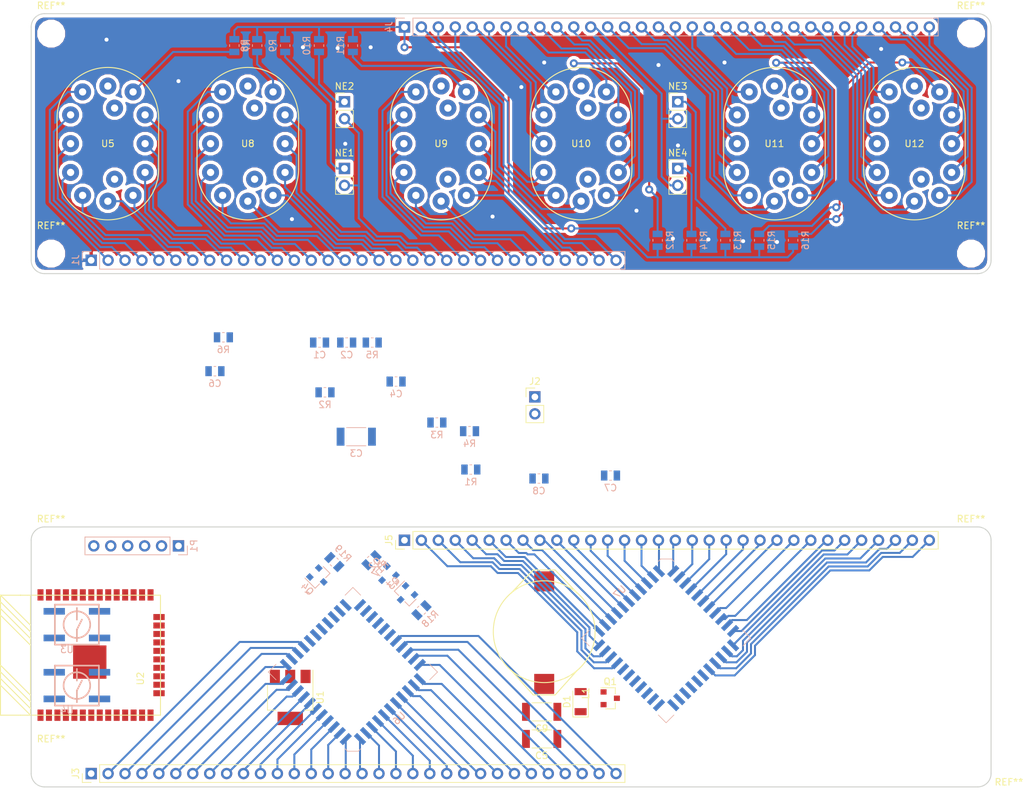
<source format=kicad_pcb>
(kicad_pcb (version 20171130) (host pcbnew 5.0.0-rc2-dev-unknown-d41e64b~65~ubuntu18.04.1)
  (layers (0 F.Cu signal) (31 B.Cu signal) (34 B.Paste user) (35 F.Paste user) (36 B.SilkS user) (37 F.SilkS user) (38 B.Mask user) (39 F.Mask user) (44 Edge.Cuts user))
  (net 0 "")
  (net 1 /tubes/n1_4)
  (net 2 /tubes/n1_8)
  (net 3 /tubes/n1_0)
  (net 4 /tubes/n1_2)
  (net 5 /tubes/n1_3)
  (net 6 /tubes/n1_9)
  (net 7 "Net-(U11-Pad12)")
  (net 8 /tubes/n1_6)
  (net 9 "Net-(U11-Pad13)")
  (net 10 "Net-(U11-Pad14)")
  (net 11 "Net-(R15-Pad2)")
  (net 12 /tubes/n1_1)
  (net 13 /tubes/n1_5)
  (net 14 /tubes/n1_7)
  (net 15 /tubes/n0_7)
  (net 16 /tubes/n0_5)
  (net 17 /tubes/n0_1)
  (net 18 "Net-(R16-Pad2)")
  (net 19 "Net-(U12-Pad14)")
  (net 20 "Net-(U12-Pad13)")
  (net 21 /tubes/n0_6)
  (net 22 "Net-(U12-Pad12)")
  (net 23 /tubes/n0_9)
  (net 24 /tubes/n0_3)
  (net 25 /tubes/n0_2)
  (net 26 /tubes/n0_0)
  (net 27 /tubes/n0_8)
  (net 28 /tubes/n0_4)
  (net 29 /tubes/n5_4)
  (net 30 /tubes/n5_8)
  (net 31 /tubes/n5_0)
  (net 32 /tubes/n5_2)
  (net 33 /tubes/n5_3)
  (net 34 /tubes/n5_9)
  (net 35 "Net-(U5-Pad12)")
  (net 36 /tubes/n5_6)
  (net 37 "Net-(U5-Pad13)")
  (net 38 "Net-(U5-Pad14)")
  (net 39 "Net-(R7-Pad1)")
  (net 40 /tubes/n5_1)
  (net 41 /tubes/n5_5)
  (net 42 /tubes/n5_7)
  (net 43 /tubes/n4_7)
  (net 44 /tubes/n4_5)
  (net 45 /tubes/n4_1)
  (net 46 "Net-(R8-Pad2)")
  (net 47 "Net-(U8-Pad14)")
  (net 48 "Net-(U8-Pad13)")
  (net 49 /tubes/n4_6)
  (net 50 "Net-(U8-Pad12)")
  (net 51 /tubes/n4_9)
  (net 52 /tubes/n4_3)
  (net 53 /tubes/n4_2)
  (net 54 /tubes/n4_0)
  (net 55 /tubes/n4_8)
  (net 56 /tubes/n4_4)
  (net 57 /tubes/n2_4)
  (net 58 /tubes/n2_8)
  (net 59 /tubes/n2_0)
  (net 60 /tubes/n2_2)
  (net 61 /tubes/n2_3)
  (net 62 /tubes/n2_9)
  (net 63 "Net-(U10-Pad12)")
  (net 64 /tubes/n2_6)
  (net 65 "Net-(U10-Pad13)")
  (net 66 "Net-(U10-Pad14)")
  (net 67 "Net-(R12-Pad2)")
  (net 68 /tubes/n2_1)
  (net 69 /tubes/n2_5)
  (net 70 /tubes/n2_7)
  (net 71 /tubes/n3_7)
  (net 72 /tubes/n3_5)
  (net 73 /tubes/n3_1)
  (net 74 "Net-(R11-Pad2)")
  (net 75 "Net-(U9-Pad14)")
  (net 76 "Net-(U9-Pad13)")
  (net 77 /tubes/n3_6)
  (net 78 "Net-(U9-Pad12)")
  (net 79 /tubes/n3_9)
  (net 80 /tubes/n3_3)
  (net 81 /tubes/n3_2)
  (net 82 /tubes/n3_0)
  (net 83 /tubes/n3_8)
  (net 84 /tubes/n3_4)
  (net 85 "Net-(D1-Pad2)")
  (net 86 +12V)
  (net 87 /progFlag)
  (net 88 GND)
  (net 89 /rstBtn)
  (net 90 +3V3)
  (net 91 "Net-(U2-Pad4)")
  (net 92 "Net-(U2-Pad5)")
  (net 93 "Net-(U2-Pad6)")
  (net 94 "Net-(U2-Pad7)")
  (net 95 /vHtMon)
  (net 96 "Net-(U2-Pad9)")
  (net 97 /tubes/clk)
  (net 98 /tubes/dat)
  (net 99 /tubes/nLatch)
  (net 100 "Net-(U2-Pad13)")
  (net 101 "Net-(U2-Pad14)")
  (net 102 "Net-(U2-Pad16)")
  (net 103 "Net-(U2-Pad17)")
  (net 104 "Net-(U2-Pad18)")
  (net 105 "Net-(U2-Pad19)")
  (net 106 "Net-(U2-Pad20)")
  (net 107 "Net-(U2-Pad21)")
  (net 108 "Net-(U2-Pad22)")
  (net 109 "Net-(U2-Pad23)")
  (net 110 "Net-(R2-Pad1)")
  (net 111 "Net-(U2-Pad26)")
  (net 112 "Net-(U2-Pad27)")
  (net 113 "Net-(U2-Pad28)")
  (net 114 "Net-(U2-Pad29)")
  (net 115 "Net-(U2-Pad30)")
  (net 116 "Net-(U2-Pad31)")
  (net 117 "Net-(U2-Pad32)")
  (net 118 "Net-(U2-Pad33)")
  (net 119 "Net-(P1-Pad4)")
  (net 120 "Net-(P1-Pad5)")
  (net 121 "Net-(U2-Pad36)")
  (net 122 "Net-(U2-Pad37)")
  (net 123 "Net-(NE1-Pad1)")
  (net 124 /tubes/colons_1)
  (net 125 /tubes/colons_0)
  (net 126 "Net-(NE3-Pad1)")
  (net 127 "Net-(NE4-Pad1)")
  (net 128 "Net-(NE2-Pad1)")
  (net 129 "Net-(Q1-Pad2)")
  (net 130 "Net-(R3-Pad2)")
  (net 131 HT)
  (net 132 "Net-(U6-Pad22)")
  (net 133 "Net-(U6-Pad23)")
  (net 134 "Net-(U6-Pad24)")
  (net 135 "Net-(U6-Pad25)")
  (net 136 "Net-(U6-Pad26)")
  (net 137 "Net-(U6-Pad34)")
  (net 138 "Net-(U7-Pad34)")
  (net 139 "Net-(U7-Pad26)")
  (net 140 "Net-(U7-Pad25)")
  (net 141 "Net-(U7-Pad24)")
  (net 142 "Net-(U7-Pad23)")
  (net 143 +5V)
  (net 144 "Net-(U7-Pad35)")
  (net 145 "Net-(Q4-Pad1)")
  (net 146 "Net-(Q3-Pad1)")
  (net 147 "Net-(Q2-Pad1)")
  (module Capacitor_SMD:C_2010_5025Metric (layer F.Cu) (at 102.581 123.739 180)
    (fp_text reference C9 (at 0 -2.5 180) (layer F.SilkS))
    (fp_text value 10u)
    (pad 1 smd rect (at -2.355 0 180) (size 1.17 2.7) (layers F.Cu F.Paste F.Mask) (net 131 HT))
    (pad 2 smd rect (at 2.355 0 180) (size 1.17 2.7) (layers F.Cu F.Paste F.Mask) (net 88 GND))
  )
  (module Package_TO_SOT_SMD:SOT-23 (layer B.Cu) (at 79.34 103.292 225)
    (fp_text reference Q2 (at 0 2.5 225) (layer B.SilkS) (effects (justify mirror)))
    (fp_text value 2N7002)
    (pad 1 smd rect (at -1 0.95 225) (size 0.9 0.8) (layers B.Cu B.Paste B.Mask) (net 147 "Net-(Q2-Pad1)"))
    (pad 2 smd rect (at -1 -0.95 225) (size 0.9 0.8) (layers B.Cu B.Paste B.Mask) (net 88 GND))
    (pad 3 smd rect (at 1 0 225) (size 0.9 0.8) (layers B.Cu B.Paste B.Mask) (net 99 /tubes/nLatch))
  )
  (module Package_TO_SOT_SMD:SOT-23 (layer B.Cu) (at 82.134 106.213 225)
    (fp_text reference Q3 (at 0 2.5 225) (layer B.SilkS) (effects (justify mirror)))
    (fp_text value 2N7002)
    (pad 3 smd rect (at 1 0 225) (size 0.9 0.8) (layers B.Cu B.Paste B.Mask) (net 98 /tubes/dat))
    (pad 2 smd rect (at -1 -0.95 225) (size 0.9 0.8) (layers B.Cu B.Paste B.Mask) (net 88 GND))
    (pad 1 smd rect (at -1 0.95 225) (size 0.9 0.8) (layers B.Cu B.Paste B.Mask) (net 146 "Net-(Q3-Pad1)"))
  )
  (module Package_TO_SOT_SMD:SOT-23 (layer B.Cu) (at 69.18 103.546 315)
    (fp_text reference Q4 (at 0 2.5 315) (layer B.SilkS) (effects (justify mirror)))
    (fp_text value 2N7002)
    (pad 1 smd rect (at -1 0.95 315) (size 0.9 0.8) (layers B.Cu B.Paste B.Mask) (net 145 "Net-(Q4-Pad1)"))
    (pad 2 smd rect (at -1 -0.95 315) (size 0.9 0.8) (layers B.Cu B.Paste B.Mask) (net 88 GND))
    (pad 3 smd rect (at 1 0 315) (size 0.9 0.8) (layers B.Cu B.Paste B.Mask) (net 97 /tubes/clk))
  )
  (module Resistor_SMD:R_0805_2012Metric (layer B.Cu) (at 77.054 101.006 45)
    (fp_text reference R17 (at 0 1.85 45) (layer B.SilkS) (effects (justify mirror)))
    (fp_text value 1k)
    (pad 1 smd rect (at -0.955 0 45) (size 0.97 1.5) (layers B.Cu B.Paste B.Mask) (net 99 /tubes/nLatch))
    (pad 2 smd rect (at 0.955 0 45) (size 0.97 1.5) (layers B.Cu B.Paste B.Mask) (net 86 +12V))
  )
  (module Resistor_SMD:R_0805_2012Metric (layer B.Cu) (at 84.547 108.499 45)
    (fp_text reference R18 (at 0 1.85 45) (layer B.SilkS) (effects (justify mirror)))
    (fp_text value 1k)
    (pad 2 smd rect (at 0.955 0 45) (size 0.97 1.5) (layers B.Cu B.Paste B.Mask) (net 86 +12V))
    (pad 1 smd rect (at -0.955 0 45) (size 0.97 1.5) (layers B.Cu B.Paste B.Mask) (net 98 /tubes/dat))
  )
  (module Resistor_SMD:R_0805_2012Metric (layer B.Cu) (at 71.466 101.26 135)
    (fp_text reference R19 (at 0 1.85 135) (layer B.SilkS) (effects (justify mirror)))
    (fp_text value 1k)
    (pad 1 smd rect (at -0.955 0 135) (size 0.97 1.5) (layers B.Cu B.Paste B.Mask) (net 97 /tubes/clk))
    (pad 2 smd rect (at 0.955 0 135) (size 0.97 1.5) (layers B.Cu B.Paste B.Mask) (net 86 +12V))
  )
  (module Resistor_SMD:R_0805_2012Metric (layer B.Cu) (at 56.48 23.79 90)
    (fp_text reference R7 (at 0 1.85 90) (layer B.SilkS) (effects (justify mirror)))
    (fp_text value 10k)
    (pad 2 smd rect (at 0.955 0 90) (size 0.97 1.5) (layers B.Cu B.Paste B.Mask) (net 131 HT))
    (pad 1 smd rect (at -0.955 0 90) (size 0.97 1.5) (layers B.Cu B.Paste B.Mask) (net 39 "Net-(R7-Pad1)"))
  )
  (module MountingHole:MountingHole_3.2mm_M3 (layer F.Cu) (at 167 99)
    (fp_text reference REF** (at 0 -4.2) (layer F.SilkS))
    (fp_text value MountingHole_3.2mm_M3)
    (pad 1 np_thru_hole circle (at 0 0) (size 3.2 3.2) (drill 3.2) (layers *.Cu *.Mask))
  )
  (module MountingHole:MountingHole_3.2mm_M3 (layer F.Cu) (at 29 132)
    (fp_text reference REF** (at 0 -4.2) (layer F.SilkS))
    (fp_text value MountingHole_3.2mm_M3)
    (pad 1 np_thru_hole circle (at 0 0) (size 3.2 3.2) (drill 3.2) (layers *.Cu *.Mask))
  )
  (module MountingHole:MountingHole_3.2mm_M3 (layer F.Cu) (at 167 132)
    (fp_text reference REF** (at 5.685 2.28) (layer F.SilkS))
    (fp_text value MountingHole_3.2mm_M3)
    (pad 1 np_thru_hole circle (at 0 0) (size 3.2 3.2) (drill 3.2) (layers *.Cu *.Mask))
  )
  (module MountingHole:MountingHole_3.2mm_M3 (layer F.Cu) (at 29 99)
    (fp_text reference REF** (at 0 -4.2) (layer F.SilkS))
    (fp_text value MountingHole_3.2mm_M3)
    (pad 1 np_thru_hole circle (at 0 0) (size 3.2 3.2) (drill 3.2) (layers *.Cu *.Mask))
  )
  (module Connector_PinHeader_2.54mm:PinHeader_1x02_P2.54mm_Vertical (layer F.Cu) (at 101.565 76.495)
    (fp_text reference J2 (at 0 -2.33) (layer F.SilkS))
    (fp_text value Conn_01x02)
    (pad 1 thru_hole rect (at 0 0) (size 1.7 1.7) (drill 1) (layers *.Cu *.Mask) (net 88 GND))
    (pad 2 thru_hole oval (at 0 2.54) (size 1.7 1.7) (drill 1) (layers *.Cu *.Mask) (net 86 +12V))
  )
  (module Connector_PinHeader_2.54mm:PinHeader_1x32_P2.54mm_Vertical (layer F.Cu) (at 35 133 90)
    (fp_text reference J3 (at 0 -2.33 90) (layer F.SilkS))
    (fp_text value Conn_01x32)
    (pad 32 thru_hole oval (at 0 78.74 90) (size 1.7 1.7) (drill 1) (layers *.Cu *.Mask) (net 82 /tubes/n3_0))
    (pad 31 thru_hole oval (at 0 76.2 90) (size 1.7 1.7) (drill 1) (layers *.Cu *.Mask) (net 79 /tubes/n3_9))
    (pad 30 thru_hole oval (at 0 73.66 90) (size 1.7 1.7) (drill 1) (layers *.Cu *.Mask) (net 83 /tubes/n3_8))
    (pad 29 thru_hole oval (at 0 71.12 90) (size 1.7 1.7) (drill 1) (layers *.Cu *.Mask) (net 71 /tubes/n3_7))
    (pad 28 thru_hole oval (at 0 68.58 90) (size 1.7 1.7) (drill 1) (layers *.Cu *.Mask) (net 77 /tubes/n3_6))
    (pad 27 thru_hole oval (at 0 66.04 90) (size 1.7 1.7) (drill 1) (layers *.Cu *.Mask) (net 72 /tubes/n3_5))
    (pad 26 thru_hole oval (at 0 63.5 90) (size 1.7 1.7) (drill 1) (layers *.Cu *.Mask) (net 84 /tubes/n3_4))
    (pad 25 thru_hole oval (at 0 60.96 90) (size 1.7 1.7) (drill 1) (layers *.Cu *.Mask) (net 80 /tubes/n3_3))
    (pad 24 thru_hole oval (at 0 58.42 90) (size 1.7 1.7) (drill 1) (layers *.Cu *.Mask) (net 81 /tubes/n3_2))
    (pad 23 thru_hole oval (at 0 55.88 90) (size 1.7 1.7) (drill 1) (layers *.Cu *.Mask) (net 73 /tubes/n3_1))
    (pad 22 thru_hole oval (at 0 53.34 90) (size 1.7 1.7) (drill 1) (layers *.Cu *.Mask) (net 124 /tubes/colons_1))
    (pad 21 thru_hole oval (at 0 50.8 90) (size 1.7 1.7) (drill 1) (layers *.Cu *.Mask) (net 54 /tubes/n4_0))
    (pad 20 thru_hole oval (at 0 48.26 90) (size 1.7 1.7) (drill 1) (layers *.Cu *.Mask) (net 51 /tubes/n4_9))
    (pad 19 thru_hole oval (at 0 45.72 90) (size 1.7 1.7) (drill 1) (layers *.Cu *.Mask) (net 55 /tubes/n4_8))
    (pad 18 thru_hole oval (at 0 43.18 90) (size 1.7 1.7) (drill 1) (layers *.Cu *.Mask) (net 43 /tubes/n4_7))
    (pad 17 thru_hole oval (at 0 40.64 90) (size 1.7 1.7) (drill 1) (layers *.Cu *.Mask) (net 49 /tubes/n4_6))
    (pad 16 thru_hole oval (at 0 38.1 90) (size 1.7 1.7) (drill 1) (layers *.Cu *.Mask) (net 44 /tubes/n4_5))
    (pad 15 thru_hole oval (at 0 35.56 90) (size 1.7 1.7) (drill 1) (layers *.Cu *.Mask) (net 56 /tubes/n4_4))
    (pad 14 thru_hole oval (at 0 33.02 90) (size 1.7 1.7) (drill 1) (layers *.Cu *.Mask) (net 52 /tubes/n4_3))
    (pad 13 thru_hole oval (at 0 30.48 90) (size 1.7 1.7) (drill 1) (layers *.Cu *.Mask) (net 53 /tubes/n4_2))
    (pad 12 thru_hole oval (at 0 27.94 90) (size 1.7 1.7) (drill 1) (layers *.Cu *.Mask) (net 45 /tubes/n4_1))
    (pad 11 thru_hole oval (at 0 25.4 90) (size 1.7 1.7) (drill 1) (layers *.Cu *.Mask) (net 31 /tubes/n5_0))
    (pad 10 thru_hole oval (at 0 22.86 90) (size 1.7 1.7) (drill 1) (layers *.Cu *.Mask) (net 34 /tubes/n5_9))
    (pad 9 thru_hole oval (at 0 20.32 90) (size 1.7 1.7) (drill 1) (layers *.Cu *.Mask) (net 30 /tubes/n5_8))
    (pad 8 thru_hole oval (at 0 17.78 90) (size 1.7 1.7) (drill 1) (layers *.Cu *.Mask) (net 42 /tubes/n5_7))
    (pad 7 thru_hole oval (at 0 15.24 90) (size 1.7 1.7) (drill 1) (layers *.Cu *.Mask) (net 36 /tubes/n5_6))
    (pad 6 thru_hole oval (at 0 12.7 90) (size 1.7 1.7) (drill 1) (layers *.Cu *.Mask) (net 41 /tubes/n5_5))
    (pad 5 thru_hole oval (at 0 10.16 90) (size 1.7 1.7) (drill 1) (layers *.Cu *.Mask) (net 29 /tubes/n5_4))
    (pad 4 thru_hole oval (at 0 7.62 90) (size 1.7 1.7) (drill 1) (layers *.Cu *.Mask) (net 33 /tubes/n5_3))
    (pad 3 thru_hole oval (at 0 5.08 90) (size 1.7 1.7) (drill 1) (layers *.Cu *.Mask) (net 32 /tubes/n5_2))
    (pad 2 thru_hole oval (at 0 2.54 90) (size 1.7 1.7) (drill 1) (layers *.Cu *.Mask) (net 40 /tubes/n5_1))
    (pad 1 thru_hole rect (at 0 0 90) (size 1.7 1.7) (drill 1) (layers *.Cu *.Mask) (net 88 GND))
  )
  (module Connector_PinHeader_2.54mm:PinHeader_1x32_P2.54mm_Vertical (layer F.Cu) (at 82 98 90)
    (fp_text reference J5 (at 0 -2.33 90) (layer F.SilkS))
    (fp_text value Conn_01x32)
    (pad 1 thru_hole rect (at 0 0 90) (size 1.7 1.7) (drill 1) (layers *.Cu *.Mask) (net 131 HT))
    (pad 2 thru_hole oval (at 0 2.54 90) (size 1.7 1.7) (drill 1) (layers *.Cu *.Mask) (net 64 /tubes/n2_6))
    (pad 3 thru_hole oval (at 0 5.08 90) (size 1.7 1.7) (drill 1) (layers *.Cu *.Mask) (net 69 /tubes/n2_5))
    (pad 4 thru_hole oval (at 0 7.62 90) (size 1.7 1.7) (drill 1) (layers *.Cu *.Mask) (net 57 /tubes/n2_4))
    (pad 5 thru_hole oval (at 0 10.16 90) (size 1.7 1.7) (drill 1) (layers *.Cu *.Mask) (net 61 /tubes/n2_3))
    (pad 6 thru_hole oval (at 0 12.7 90) (size 1.7 1.7) (drill 1) (layers *.Cu *.Mask) (net 60 /tubes/n2_2))
    (pad 7 thru_hole oval (at 0 15.24 90) (size 1.7 1.7) (drill 1) (layers *.Cu *.Mask) (net 68 /tubes/n2_1))
    (pad 8 thru_hole oval (at 0 17.78 90) (size 1.7 1.7) (drill 1) (layers *.Cu *.Mask) (net 59 /tubes/n2_0))
    (pad 9 thru_hole oval (at 0 20.32 90) (size 1.7 1.7) (drill 1) (layers *.Cu *.Mask) (net 62 /tubes/n2_9))
    (pad 10 thru_hole oval (at 0 22.86 90) (size 1.7 1.7) (drill 1) (layers *.Cu *.Mask) (net 58 /tubes/n2_8))
    (pad 11 thru_hole oval (at 0 25.4 90) (size 1.7 1.7) (drill 1) (layers *.Cu *.Mask) (net 70 /tubes/n2_7))
    (pad 12 thru_hole oval (at 0 27.94 90) (size 1.7 1.7) (drill 1) (layers *.Cu *.Mask) (net 125 /tubes/colons_0))
    (pad 13 thru_hole oval (at 0 30.48 90) (size 1.7 1.7) (drill 1) (layers *.Cu *.Mask) (net 8 /tubes/n1_6))
    (pad 14 thru_hole oval (at 0 33.02 90) (size 1.7 1.7) (drill 1) (layers *.Cu *.Mask) (net 13 /tubes/n1_5))
    (pad 15 thru_hole oval (at 0 35.56 90) (size 1.7 1.7) (drill 1) (layers *.Cu *.Mask) (net 1 /tubes/n1_4))
    (pad 16 thru_hole oval (at 0 38.1 90) (size 1.7 1.7) (drill 1) (layers *.Cu *.Mask) (net 5 /tubes/n1_3))
    (pad 17 thru_hole oval (at 0 40.64 90) (size 1.7 1.7) (drill 1) (layers *.Cu *.Mask) (net 4 /tubes/n1_2))
    (pad 18 thru_hole oval (at 0 43.18 90) (size 1.7 1.7) (drill 1) (layers *.Cu *.Mask) (net 12 /tubes/n1_1))
    (pad 19 thru_hole oval (at 0 45.72 90) (size 1.7 1.7) (drill 1) (layers *.Cu *.Mask) (net 3 /tubes/n1_0))
    (pad 20 thru_hole oval (at 0 48.26 90) (size 1.7 1.7) (drill 1) (layers *.Cu *.Mask) (net 6 /tubes/n1_9))
    (pad 21 thru_hole oval (at 0 50.8 90) (size 1.7 1.7) (drill 1) (layers *.Cu *.Mask) (net 2 /tubes/n1_8))
    (pad 22 thru_hole oval (at 0 53.34 90) (size 1.7 1.7) (drill 1) (layers *.Cu *.Mask) (net 14 /tubes/n1_7))
    (pad 23 thru_hole oval (at 0 55.88 90) (size 1.7 1.7) (drill 1) (layers *.Cu *.Mask) (net 21 /tubes/n0_6))
    (pad 24 thru_hole oval (at 0 58.42 90) (size 1.7 1.7) (drill 1) (layers *.Cu *.Mask) (net 16 /tubes/n0_5))
    (pad 25 thru_hole oval (at 0 60.96 90) (size 1.7 1.7) (drill 1) (layers *.Cu *.Mask) (net 28 /tubes/n0_4))
    (pad 26 thru_hole oval (at 0 63.5 90) (size 1.7 1.7) (drill 1) (layers *.Cu *.Mask) (net 24 /tubes/n0_3))
    (pad 27 thru_hole oval (at 0 66.04 90) (size 1.7 1.7) (drill 1) (layers *.Cu *.Mask) (net 25 /tubes/n0_2))
    (pad 28 thru_hole oval (at 0 68.58 90) (size 1.7 1.7) (drill 1) (layers *.Cu *.Mask) (net 17 /tubes/n0_1))
    (pad 29 thru_hole oval (at 0 71.12 90) (size 1.7 1.7) (drill 1) (layers *.Cu *.Mask) (net 26 /tubes/n0_0))
    (pad 30 thru_hole oval (at 0 73.66 90) (size 1.7 1.7) (drill 1) (layers *.Cu *.Mask) (net 23 /tubes/n0_9))
    (pad 31 thru_hole oval (at 0 76.2 90) (size 1.7 1.7) (drill 1) (layers *.Cu *.Mask) (net 27 /tubes/n0_8))
    (pad 32 thru_hole oval (at 0 78.74 90) (size 1.7 1.7) (drill 1) (layers *.Cu *.Mask) (net 15 /tubes/n0_7))
  )
  (module Connector_PinHeader_2.54mm:PinHeader_1x32_P2.54mm_Vertical (layer B.Cu) (at 82 21 270)
    (fp_text reference J4 (at 0 2.33 270) (layer B.SilkS) (effects (justify mirror)))
    (fp_text value Conn_01x32)
    (pad 32 thru_hole oval (at 0 -78.74 270) (size 1.7 1.7) (drill 1) (layers *.Cu *.Mask) (net 15 /tubes/n0_7))
    (pad 31 thru_hole oval (at 0 -76.2 270) (size 1.7 1.7) (drill 1) (layers *.Cu *.Mask) (net 27 /tubes/n0_8))
    (pad 30 thru_hole oval (at 0 -73.66 270) (size 1.7 1.7) (drill 1) (layers *.Cu *.Mask) (net 23 /tubes/n0_9))
    (pad 29 thru_hole oval (at 0 -71.12 270) (size 1.7 1.7) (drill 1) (layers *.Cu *.Mask) (net 26 /tubes/n0_0))
    (pad 28 thru_hole oval (at 0 -68.58 270) (size 1.7 1.7) (drill 1) (layers *.Cu *.Mask) (net 17 /tubes/n0_1))
    (pad 27 thru_hole oval (at 0 -66.04 270) (size 1.7 1.7) (drill 1) (layers *.Cu *.Mask) (net 25 /tubes/n0_2))
    (pad 26 thru_hole oval (at 0 -63.5 270) (size 1.7 1.7) (drill 1) (layers *.Cu *.Mask) (net 24 /tubes/n0_3))
    (pad 25 thru_hole oval (at 0 -60.96 270) (size 1.7 1.7) (drill 1) (layers *.Cu *.Mask) (net 28 /tubes/n0_4))
    (pad 24 thru_hole oval (at 0 -58.42 270) (size 1.7 1.7) (drill 1) (layers *.Cu *.Mask) (net 16 /tubes/n0_5))
    (pad 23 thru_hole oval (at 0 -55.88 270) (size 1.7 1.7) (drill 1) (layers *.Cu *.Mask) (net 21 /tubes/n0_6))
    (pad 22 thru_hole oval (at 0 -53.34 270) (size 1.7 1.7) (drill 1) (layers *.Cu *.Mask) (net 14 /tubes/n1_7))
    (pad 21 thru_hole oval (at 0 -50.8 270) (size 1.7 1.7) (drill 1) (layers *.Cu *.Mask) (net 2 /tubes/n1_8))
    (pad 20 thru_hole oval (at 0 -48.26 270) (size 1.7 1.7) (drill 1) (layers *.Cu *.Mask) (net 6 /tubes/n1_9))
    (pad 19 thru_hole oval (at 0 -45.72 270) (size 1.7 1.7) (drill 1) (layers *.Cu *.Mask) (net 3 /tubes/n1_0))
    (pad 18 thru_hole oval (at 0 -43.18 270) (size 1.7 1.7) (drill 1) (layers *.Cu *.Mask) (net 12 /tubes/n1_1))
    (pad 17 thru_hole oval (at 0 -40.64 270) (size 1.7 1.7) (drill 1) (layers *.Cu *.Mask) (net 4 /tubes/n1_2))
    (pad 16 thru_hole oval (at 0 -38.1 270) (size 1.7 1.7) (drill 1) (layers *.Cu *.Mask) (net 5 /tubes/n1_3))
    (pad 15 thru_hole oval (at 0 -35.56 270) (size 1.7 1.7) (drill 1) (layers *.Cu *.Mask) (net 1 /tubes/n1_4))
    (pad 14 thru_hole oval (at 0 -33.02 270) (size 1.7 1.7) (drill 1) (layers *.Cu *.Mask) (net 13 /tubes/n1_5))
    (pad 13 thru_hole oval (at 0 -30.48 270) (size 1.7 1.7) (drill 1) (layers *.Cu *.Mask) (net 8 /tubes/n1_6))
    (pad 12 thru_hole oval (at 0 -27.94 270) (size 1.7 1.7) (drill 1) (layers *.Cu *.Mask) (net 125 /tubes/colons_0))
    (pad 11 thru_hole oval (at 0 -25.4 270) (size 1.7 1.7) (drill 1) (layers *.Cu *.Mask) (net 70 /tubes/n2_7))
    (pad 10 thru_hole oval (at 0 -22.86 270) (size 1.7 1.7) (drill 1) (layers *.Cu *.Mask) (net 58 /tubes/n2_8))
    (pad 9 thru_hole oval (at 0 -20.32 270) (size 1.7 1.7) (drill 1) (layers *.Cu *.Mask) (net 62 /tubes/n2_9))
    (pad 8 thru_hole oval (at 0 -17.78 270) (size 1.7 1.7) (drill 1) (layers *.Cu *.Mask) (net 59 /tubes/n2_0))
    (pad 7 thru_hole oval (at 0 -15.24 270) (size 1.7 1.7) (drill 1) (layers *.Cu *.Mask) (net 68 /tubes/n2_1))
    (pad 6 thru_hole oval (at 0 -12.7 270) (size 1.7 1.7) (drill 1) (layers *.Cu *.Mask) (net 60 /tubes/n2_2))
    (pad 5 thru_hole oval (at 0 -10.16 270) (size 1.7 1.7) (drill 1) (layers *.Cu *.Mask) (net 61 /tubes/n2_3))
    (pad 4 thru_hole oval (at 0 -7.62 270) (size 1.7 1.7) (drill 1) (layers *.Cu *.Mask) (net 57 /tubes/n2_4))
    (pad 3 thru_hole oval (at 0 -5.08 270) (size 1.7 1.7) (drill 1) (layers *.Cu *.Mask) (net 69 /tubes/n2_5))
    (pad 2 thru_hole oval (at 0 -2.54 270) (size 1.7 1.7) (drill 1) (layers *.Cu *.Mask) (net 64 /tubes/n2_6))
    (pad 1 thru_hole rect (at 0 0 270) (size 1.7 1.7) (drill 1) (layers *.Cu *.Mask) (net 131 HT))
  )
  (module Connector_PinHeader_2.54mm:PinHeader_1x32_P2.54mm_Vertical (layer B.Cu) (at 35 56 270)
    (fp_text reference J1 (at 0 2.33 270) (layer B.SilkS) (effects (justify mirror)))
    (fp_text value Conn_01x32)
    (pad 1 thru_hole rect (at 0 0 270) (size 1.7 1.7) (drill 1) (layers *.Cu *.Mask) (net 88 GND))
    (pad 2 thru_hole oval (at 0 -2.54 270) (size 1.7 1.7) (drill 1) (layers *.Cu *.Mask) (net 40 /tubes/n5_1))
    (pad 3 thru_hole oval (at 0 -5.08 270) (size 1.7 1.7) (drill 1) (layers *.Cu *.Mask) (net 32 /tubes/n5_2))
    (pad 4 thru_hole oval (at 0 -7.62 270) (size 1.7 1.7) (drill 1) (layers *.Cu *.Mask) (net 33 /tubes/n5_3))
    (pad 5 thru_hole oval (at 0 -10.16 270) (size 1.7 1.7) (drill 1) (layers *.Cu *.Mask) (net 29 /tubes/n5_4))
    (pad 6 thru_hole oval (at 0 -12.7 270) (size 1.7 1.7) (drill 1) (layers *.Cu *.Mask) (net 41 /tubes/n5_5))
    (pad 7 thru_hole oval (at 0 -15.24 270) (size 1.7 1.7) (drill 1) (layers *.Cu *.Mask) (net 36 /tubes/n5_6))
    (pad 8 thru_hole oval (at 0 -17.78 270) (size 1.7 1.7) (drill 1) (layers *.Cu *.Mask) (net 42 /tubes/n5_7))
    (pad 9 thru_hole oval (at 0 -20.32 270) (size 1.7 1.7) (drill 1) (layers *.Cu *.Mask) (net 30 /tubes/n5_8))
    (pad 10 thru_hole oval (at 0 -22.86 270) (size 1.7 1.7) (drill 1) (layers *.Cu *.Mask) (net 34 /tubes/n5_9))
    (pad 11 thru_hole oval (at 0 -25.4 270) (size 1.7 1.7) (drill 1) (layers *.Cu *.Mask) (net 31 /tubes/n5_0))
    (pad 12 thru_hole oval (at 0 -27.94 270) (size 1.7 1.7) (drill 1) (layers *.Cu *.Mask) (net 45 /tubes/n4_1))
    (pad 13 thru_hole oval (at 0 -30.48 270) (size 1.7 1.7) (drill 1) (layers *.Cu *.Mask) (net 53 /tubes/n4_2))
    (pad 14 thru_hole oval (at 0 -33.02 270) (size 1.7 1.7) (drill 1) (layers *.Cu *.Mask) (net 52 /tubes/n4_3))
    (pad 15 thru_hole oval (at 0 -35.56 270) (size 1.7 1.7) (drill 1) (layers *.Cu *.Mask) (net 56 /tubes/n4_4))
    (pad 16 thru_hole oval (at 0 -38.1 270) (size 1.7 1.7) (drill 1) (layers *.Cu *.Mask) (net 44 /tubes/n4_5))
    (pad 17 thru_hole oval (at 0 -40.64 270) (size 1.7 1.7) (drill 1) (layers *.Cu *.Mask) (net 49 /tubes/n4_6))
    (pad 18 thru_hole oval (at 0 -43.18 270) (size 1.7 1.7) (drill 1) (layers *.Cu *.Mask) (net 43 /tubes/n4_7))
    (pad 19 thru_hole oval (at 0 -45.72 270) (size 1.7 1.7) (drill 1) (layers *.Cu *.Mask) (net 55 /tubes/n4_8))
    (pad 20 thru_hole oval (at 0 -48.26 270) (size 1.7 1.7) (drill 1) (layers *.Cu *.Mask) (net 51 /tubes/n4_9))
    (pad 21 thru_hole oval (at 0 -50.8 270) (size 1.7 1.7) (drill 1) (layers *.Cu *.Mask) (net 54 /tubes/n4_0))
    (pad 22 thru_hole oval (at 0 -53.34 270) (size 1.7 1.7) (drill 1) (layers *.Cu *.Mask) (net 124 /tubes/colons_1))
    (pad 23 thru_hole oval (at 0 -55.88 270) (size 1.7 1.7) (drill 1) (layers *.Cu *.Mask) (net 73 /tubes/n3_1))
    (pad 24 thru_hole oval (at 0 -58.42 270) (size 1.7 1.7) (drill 1) (layers *.Cu *.Mask) (net 81 /tubes/n3_2))
    (pad 25 thru_hole oval (at 0 -60.96 270) (size 1.7 1.7) (drill 1) (layers *.Cu *.Mask) (net 80 /tubes/n3_3))
    (pad 26 thru_hole oval (at 0 -63.5 270) (size 1.7 1.7) (drill 1) (layers *.Cu *.Mask) (net 84 /tubes/n3_4))
    (pad 27 thru_hole oval (at 0 -66.04 270) (size 1.7 1.7) (drill 1) (layers *.Cu *.Mask) (net 72 /tubes/n3_5))
    (pad 28 thru_hole oval (at 0 -68.58 270) (size 1.7 1.7) (drill 1) (layers *.Cu *.Mask) (net 77 /tubes/n3_6))
    (pad 29 thru_hole oval (at 0 -71.12 270) (size 1.7 1.7) (drill 1) (layers *.Cu *.Mask) (net 71 /tubes/n3_7))
    (pad 30 thru_hole oval (at 0 -73.66 270) (size 1.7 1.7) (drill 1) (layers *.Cu *.Mask) (net 83 /tubes/n3_8))
    (pad 31 thru_hole oval (at 0 -76.2 270) (size 1.7 1.7) (drill 1) (layers *.Cu *.Mask) (net 79 /tubes/n3_9))
    (pad 32 thru_hole oval (at 0 -78.74 270) (size 1.7 1.7) (drill 1) (layers *.Cu *.Mask) (net 82 /tubes/n3_0))
  )
  (module Connector_PinHeader_2.54mm:PinHeader_1x02_P2.54mm_Vertical (layer F.Cu) (at 73 42.225)
    (fp_text reference NE1 (at 0 -2.33) (layer F.SilkS))
    (fp_text value n)
    (pad 2 thru_hole oval (at 0 2.54) (size 1.7 1.7) (drill 1) (layers *.Cu *.Mask) (net 124 /tubes/colons_1))
    (pad 1 thru_hole rect (at 0 0) (size 1.7 1.7) (drill 1) (layers *.Cu *.Mask) (net 123 "Net-(NE1-Pad1)"))
  )
  (module newStuff:nixie_8422 (layer F.Cu) (at 37.5 38.5)
    (fp_text reference U5 (at 0 0) (layer F.SilkS))
    (fp_text value nixie_8422)
    (pad 5 thru_hole circle (at 3.785773 7.761985) (size 2.54 2.54) (drill 1.0922) (layers *.Cu *.Mask) (net 42 /tubes/n5_7))
    (pad 7 thru_hole circle (at -3.785773 7.761985) (size 2.54 2.54) (drill 1.0922) (layers *.Cu *.Mask) (net 41 /tubes/n5_5))
    (pad 11 thru_hole circle (at -3.785773 -7.761985) (size 2.54 2.54) (drill 1.0922) (layers *.Cu *.Mask) (net 40 /tubes/n5_1))
    (pad 1 thru_hole circle (at 3.785773 -7.761985) (size 2.54 2.54) (drill 1.0922) (layers *.Cu *.Mask) (net 39 "Net-(R7-Pad1)"))
    (pad 14 thru_hole circle (at 1.016 5.334) (size 2.54 2.54) (drill 1.0922) (layers *.Cu *.Mask) (net 38 "Net-(U5-Pad14)"))
    (pad 13 thru_hole circle (at 1.016 -5.334) (size 2.54 2.54) (drill 1.0922) (layers *.Cu *.Mask) (net 37 "Net-(U5-Pad13)"))
    (pad 6 thru_hole circle (at 0 8.636) (size 2.54 2.54) (drill 1.0922) (layers *.Cu *.Mask) (net 36 /tubes/n5_6))
    (pad 12 thru_hole circle (at 0 -8.636) (size 2.54 2.54) (drill 1.0922) (layers *.Cu *.Mask) (net 35 "Net-(U5-Pad12)"))
    (pad 3 thru_hole circle (at 5.588 0) (size 2.54 2.54) (drill 1.0922) (layers *.Cu *.Mask) (net 34 /tubes/n5_9))
    (pad 9 thru_hole circle (at -5.588 0) (size 2.54 2.54) (drill 1.0922) (layers *.Cu *.Mask) (net 33 /tubes/n5_3))
    (pad 10 thru_hole circle (at -5.588 -4.318) (size 2.54 2.54) (drill 1.0922) (layers *.Cu *.Mask) (net 32 /tubes/n5_2))
    (pad 2 thru_hole circle (at 5.588 -4.318) (size 2.54 2.54) (drill 1.0922) (layers *.Cu *.Mask) (net 31 /tubes/n5_0))
    (pad 4 thru_hole circle (at 5.588 4.318) (size 2.54 2.54) (drill 1.0922) (layers *.Cu *.Mask) (net 30 /tubes/n5_8))
    (pad 8 thru_hole circle (at -5.588 4.318) (size 2.54 2.54) (drill 1.0922) (layers *.Cu *.Mask) (net 29 /tubes/n5_4))
  )
  (module newStuff:nixie_8422 (layer F.Cu) (at 58.5 38.5)
    (fp_text reference U8 (at 0 0) (layer F.SilkS))
    (fp_text value nixie_8422)
    (pad 5 thru_hole circle (at 3.785773 7.761985) (size 2.54 2.54) (drill 1.0922) (layers *.Cu *.Mask) (net 43 /tubes/n4_7))
    (pad 7 thru_hole circle (at -3.785773 7.761985) (size 2.54 2.54) (drill 1.0922) (layers *.Cu *.Mask) (net 44 /tubes/n4_5))
    (pad 11 thru_hole circle (at -3.785773 -7.761985) (size 2.54 2.54) (drill 1.0922) (layers *.Cu *.Mask) (net 45 /tubes/n4_1))
    (pad 1 thru_hole circle (at 3.785773 -7.761985) (size 2.54 2.54) (drill 1.0922) (layers *.Cu *.Mask) (net 46 "Net-(R8-Pad2)"))
    (pad 14 thru_hole circle (at 1.016 5.334) (size 2.54 2.54) (drill 1.0922) (layers *.Cu *.Mask) (net 47 "Net-(U8-Pad14)"))
    (pad 13 thru_hole circle (at 1.016 -5.334) (size 2.54 2.54) (drill 1.0922) (layers *.Cu *.Mask) (net 48 "Net-(U8-Pad13)"))
    (pad 6 thru_hole circle (at 0 8.636) (size 2.54 2.54) (drill 1.0922) (layers *.Cu *.Mask) (net 49 /tubes/n4_6))
    (pad 12 thru_hole circle (at 0 -8.636) (size 2.54 2.54) (drill 1.0922) (layers *.Cu *.Mask) (net 50 "Net-(U8-Pad12)"))
    (pad 3 thru_hole circle (at 5.588 0) (size 2.54 2.54) (drill 1.0922) (layers *.Cu *.Mask) (net 51 /tubes/n4_9))
    (pad 9 thru_hole circle (at -5.588 0) (size 2.54 2.54) (drill 1.0922) (layers *.Cu *.Mask) (net 52 /tubes/n4_3))
    (pad 10 thru_hole circle (at -5.588 -4.318) (size 2.54 2.54) (drill 1.0922) (layers *.Cu *.Mask) (net 53 /tubes/n4_2))
    (pad 2 thru_hole circle (at 5.588 -4.318) (size 2.54 2.54) (drill 1.0922) (layers *.Cu *.Mask) (net 54 /tubes/n4_0))
    (pad 4 thru_hole circle (at 5.588 4.318) (size 2.54 2.54) (drill 1.0922) (layers *.Cu *.Mask) (net 55 /tubes/n4_8))
    (pad 8 thru_hole circle (at -5.588 4.318) (size 2.54 2.54) (drill 1.0922) (layers *.Cu *.Mask) (net 56 /tubes/n4_4))
  )
  (module Connector_PinHeader_2.54mm:PinHeader_1x02_P2.54mm_Vertical (layer F.Cu) (at 123 32.225)
    (fp_text reference NE3 (at 0 -2.33) (layer F.SilkS))
    (fp_text value n)
    (pad 1 thru_hole rect (at 0 0) (size 1.7 1.7) (drill 1) (layers *.Cu *.Mask) (net 126 "Net-(NE3-Pad1)"))
    (pad 2 thru_hole oval (at 0 2.54) (size 1.7 1.7) (drill 1) (layers *.Cu *.Mask) (net 125 /tubes/colons_0))
  )
  (module Connector_PinHeader_2.54mm:PinHeader_1x02_P2.54mm_Vertical (layer F.Cu) (at 123 42.225)
    (fp_text reference NE4 (at 0 -2.33) (layer F.SilkS))
    (fp_text value n)
    (pad 2 thru_hole oval (at 0 2.54) (size 1.7 1.7) (drill 1) (layers *.Cu *.Mask) (net 125 /tubes/colons_0))
    (pad 1 thru_hole rect (at 0 0) (size 1.7 1.7) (drill 1) (layers *.Cu *.Mask) (net 127 "Net-(NE4-Pad1)"))
  )
  (module Connector_PinHeader_2.54mm:PinHeader_1x02_P2.54mm_Vertical (layer F.Cu) (at 73 32.225)
    (fp_text reference NE2 (at 0 -2.33) (layer F.SilkS))
    (fp_text value n)
    (pad 1 thru_hole rect (at 0 0) (size 1.7 1.7) (drill 1) (layers *.Cu *.Mask) (net 128 "Net-(NE2-Pad1)"))
    (pad 2 thru_hole oval (at 0 2.54) (size 1.7 1.7) (drill 1) (layers *.Cu *.Mask) (net 124 /tubes/colons_1))
  )
  (module SOT-223 (layer F.Cu) (at 64.862 121.58 270)
    (fp_text reference U1 (at 0 -4.5 270) (layer F.SilkS))
    (fp_text value LM317EMP)
    (pad 4 smd rect (at 3.15 0 270) (size 2 3.8) (layers F.Cu F.Paste F.Mask) (net 90 +3V3))
    (pad 2 smd rect (at -3.15 0 270) (size 2 1.5) (layers F.Cu F.Paste F.Mask) (net 90 +3V3))
    (pad 3 smd rect (at -3.15 2.3 270) (size 2 1.5) (layers F.Cu F.Paste F.Mask) (net 86 +12V))
    (pad 1 smd rect (at -3.15 -2.3 270) (size 2 1.5) (layers F.Cu F.Paste F.Mask) (net 130 "Net-(R3-Pad2)"))
  )
  (module Capacitor_SMD:C_0805_2012Metric (layer B.Cu) (at 69.263119 68.340164)
    (fp_text reference C1 (at 0 1.85) (layer B.SilkS) (effects (justify mirror)))
    (fp_text value 470n)
    (pad 2 smd rect (at 0.955 0) (size 0.97 1.5) (layers B.Cu B.Paste B.Mask) (net 90 +3V3))
    (pad 1 smd rect (at -0.955 0) (size 0.97 1.5) (layers B.Cu B.Paste B.Mask) (net 88 GND))
  )
  (module Capacitor_SMD:C_0805_2012Metric (layer B.Cu) (at 102.172168 88.740164)
    (fp_text reference C8 (at 0 1.85) (layer B.SilkS) (effects (justify mirror)))
    (fp_text value 1u)
    (pad 1 smd rect (at -0.955 0) (size 0.97 1.5) (layers B.Cu B.Paste B.Mask) (net 86 +12V))
    (pad 2 smd rect (at 0.955 0) (size 0.97 1.5) (layers B.Cu B.Paste B.Mask) (net 88 GND))
  )
  (module Capacitor_SMD:C_0805_2012Metric (layer B.Cu) (at 112.911167 88.289664)
    (fp_text reference C7 (at 0 1.85) (layer B.SilkS) (effects (justify mirror)))
    (fp_text value 1u)
    (pad 2 smd rect (at 0.955 0) (size 0.97 1.5) (layers B.Cu B.Paste B.Mask) (net 88 GND))
    (pad 1 smd rect (at -0.955 0) (size 0.97 1.5) (layers B.Cu B.Paste B.Mask) (net 86 +12V))
  )
  (module Capacitor_SMD:C_0805_2012Metric (layer B.Cu) (at 53.566167 72.634664)
    (fp_text reference C6 (at 0 1.85) (layer B.SilkS) (effects (justify mirror)))
    (fp_text value 100n)
    (pad 1 smd rect (at -0.955 0) (size 0.97 1.5) (layers B.Cu B.Paste B.Mask) (net 95 /vHtMon))
    (pad 2 smd rect (at 0.955 0) (size 0.97 1.5) (layers B.Cu B.Paste B.Mask) (net 88 GND))
  )
  (module Capacitor_SMD:C_0805_2012Metric (layer B.Cu) (at 80.742168 74.190164)
    (fp_text reference C4 (at 0 1.85) (layer B.SilkS) (effects (justify mirror)))
    (fp_text value 1u)
    (pad 2 smd rect (at 0.955 0) (size 0.97 1.5) (layers B.Cu B.Paste B.Mask) (net 90 +3V3))
    (pad 1 smd rect (at -0.955 0) (size 0.97 1.5) (layers B.Cu B.Paste B.Mask) (net 88 GND))
  )
  (module Capacitor_SMD:C_0805_2012Metric (layer B.Cu) (at 73.332168 68.340164)
    (fp_text reference C2 (at 0 1.85) (layer B.SilkS) (effects (justify mirror)))
    (fp_text value 1u)
    (pad 1 smd rect (at -0.955 0) (size 0.97 1.5) (layers B.Cu B.Paste B.Mask) (net 88 GND))
    (pad 2 smd rect (at 0.955 0) (size 0.97 1.5) (layers B.Cu B.Paste B.Mask) (net 86 +12V))
  )
  (module Capacitor_SMD:C_2010_5025Metric (layer F.Cu) (at 102.581 127.803 180)
    (fp_text reference C5 (at 0 -2.5 180) (layer F.SilkS))
    (fp_text value 10u)
    (pad 2 smd rect (at 2.355 0 180) (size 1.17 2.7) (layers F.Cu F.Paste F.Mask) (net 88 GND))
    (pad 1 smd rect (at -2.355 0 180) (size 1.17 2.7) (layers F.Cu F.Paste F.Mask) (net 131 HT))
  )
  (module Capacitor_SMD:C_2010_5025Metric (layer B.Cu) (at 74.768 82.464)
    (fp_text reference C3 (at 0 2.5) (layer B.SilkS) (effects (justify mirror)))
    (fp_text value 10u)
    (pad 1 smd rect (at -2.355 0) (size 1.17 2.7) (layers B.Cu B.Paste B.Mask) (net 86 +12V))
    (pad 2 smd rect (at 2.355 0) (size 1.17 2.7) (layers B.Cu B.Paste B.Mask) (net 88 GND))
  )
  (module Connector_PinHeader_2.54mm:PinHeader_1x06_P2.54mm_Vertical (layer B.Cu) (at 48.098 98.847 90)
    (fp_text reference P1 (at 0 2.33 90) (layer B.SilkS) (effects (justify mirror)))
    (fp_text value TTL_232R_3V3)
    (pad 1 thru_hole rect (at 0 0 90) (size 1.7 1.7) (drill 1) (layers *.Cu *.Mask) (net 88 GND))
    (pad 2 thru_hole oval (at 0 -2.54 90) (size 1.7 1.7) (drill 1) (layers *.Cu *.Mask) (net 88 GND))
    (pad 3 thru_hole oval (at 0 -5.08 90) (size 1.7 1.7) (drill 1) (layers *.Cu *.Mask) (net 143 +5V))
    (pad 4 thru_hole oval (at 0 -7.62 90) (size 1.7 1.7) (drill 1) (layers *.Cu *.Mask) (net 119 "Net-(P1-Pad4)"))
    (pad 5 thru_hole oval (at 0 -10.16 90) (size 1.7 1.7) (drill 1) (layers *.Cu *.Mask) (net 120 "Net-(P1-Pad5)"))
    (pad 6 thru_hole oval (at 0 -12.7 90) (size 1.7 1.7) (drill 1) (layers *.Cu *.Mask) (net 89 /rstBtn))
  )
  (module Diode_SMD:D_1206_3216Metric (layer F.Cu) (at 108.423 122.215 90)
    (fp_text reference D1 (at 0 -2.05 90) (layer F.SilkS))
    (fp_text value D)
    (pad 1 smd rect (at -1.505 0 90) (size 1.07 1.8) (layers F.Cu F.Paste F.Mask) (net 131 HT))
    (pad 2 smd rect (at 1.505 0 90) (size 1.07 1.8) (layers F.Cu F.Paste F.Mask) (net 85 "Net-(D1-Pad2)"))
  )
  (module Package_LCC:PLCC-44 (layer B.Cu) (at 121.25 112.69 225)
    (fp_text reference U7 (at 0 9.825 225) (layer B.SilkS) (effects (justify mirror)))
    (fp_text value HV5530)
    (pad 39 smd rect (at 7.8625 6.35 225) (size 1.925 0.7) (layers B.Cu B.Paste B.Mask) (net 61 /tubes/n2_3))
    (pad 38 smd rect (at 7.8625 5.08 225) (size 1.925 0.7) (layers B.Cu B.Paste B.Mask) (net 57 /tubes/n2_4))
    (pad 37 smd rect (at 7.8625 3.81 225) (size 1.925 0.7) (layers B.Cu B.Paste B.Mask) (net 69 /tubes/n2_5))
    (pad 36 smd rect (at 7.8625 2.54 225) (size 1.925 0.7) (layers B.Cu B.Paste B.Mask) (net 64 /tubes/n2_6))
    (pad 35 smd rect (at 7.8625 1.27 225) (size 1.925 0.7) (layers B.Cu B.Paste B.Mask) (net 144 "Net-(U7-Pad35)"))
    (pad 34 smd rect (at 7.8625 0 225) (size 1.925 0.7) (layers B.Cu B.Paste B.Mask) (net 138 "Net-(U7-Pad34)"))
    (pad 33 smd rect (at 7.8625 -1.27 225) (size 1.925 0.7) (layers B.Cu B.Paste B.Mask) (net 86 +12V))
    (pad 32 smd rect (at 7.8625 -2.54 225) (size 1.925 0.7) (layers B.Cu B.Paste B.Mask) (net 133 "Net-(U6-Pad23)"))
    (pad 31 smd rect (at 7.8625 -3.81 225) (size 1.925 0.7) (layers B.Cu B.Paste B.Mask) (net 99 /tubes/nLatch))
    (pad 30 smd rect (at 7.8625 -5.08 225) (size 1.925 0.7) (layers B.Cu B.Paste B.Mask) (net 86 +12V))
    (pad 29 smd rect (at 7.8625 -6.35 225) (size 1.925 0.7) (layers B.Cu B.Paste B.Mask) (net 88 GND))
    (pad 28 smd rect (at 6.35 -7.8625 225) (size 0.7 1.925) (layers B.Cu B.Paste B.Mask) (net 97 /tubes/clk))
    (pad 27 smd rect (at 5.08 -7.8625 225) (size 0.7 1.925) (layers B.Cu B.Paste B.Mask) (net 86 +12V))
    (pad 26 smd rect (at 3.81 -7.8625 225) (size 0.7 1.925) (layers B.Cu B.Paste B.Mask) (net 139 "Net-(U7-Pad26)"))
    (pad 25 smd rect (at 2.54 -7.8625 225) (size 0.7 1.925) (layers B.Cu B.Paste B.Mask) (net 140 "Net-(U7-Pad25)"))
    (pad 24 smd rect (at 1.27 -7.8625 225) (size 0.7 1.925) (layers B.Cu B.Paste B.Mask) (net 141 "Net-(U7-Pad24)"))
    (pad 23 smd rect (at 0 -7.8625 225) (size 0.7 1.925) (layers B.Cu B.Paste B.Mask) (net 142 "Net-(U7-Pad23)"))
    (pad 22 smd rect (at -1.27 -7.8625 225) (size 0.7 1.925) (layers B.Cu B.Paste B.Mask) (net 15 /tubes/n0_7))
    (pad 21 smd rect (at -2.54 -7.8625 225) (size 0.7 1.925) (layers B.Cu B.Paste B.Mask) (net 27 /tubes/n0_8))
    (pad 20 smd rect (at -3.81 -7.8625 225) (size 0.7 1.925) (layers B.Cu B.Paste B.Mask) (net 23 /tubes/n0_9))
    (pad 19 smd rect (at -5.08 -7.8625 225) (size 0.7 1.925) (layers B.Cu B.Paste B.Mask) (net 26 /tubes/n0_0))
    (pad 18 smd rect (at -6.35 -7.8625 225) (size 0.7 1.925) (layers B.Cu B.Paste B.Mask) (net 17 /tubes/n0_1))
    (pad 17 smd rect (at -7.8625 -6.35 225) (size 1.925 0.7) (layers B.Cu B.Paste B.Mask) (net 25 /tubes/n0_2))
    (pad 16 smd rect (at -7.8625 -5.08 225) (size 1.925 0.7) (layers B.Cu B.Paste B.Mask) (net 24 /tubes/n0_3))
    (pad 15 smd rect (at -7.8625 -3.81 225) (size 1.925 0.7) (layers B.Cu B.Paste B.Mask) (net 28 /tubes/n0_4))
    (pad 14 smd rect (at -7.8625 -2.54 225) (size 1.925 0.7) (layers B.Cu B.Paste B.Mask) (net 16 /tubes/n0_5))
    (pad 13 smd rect (at -7.8625 -1.27 225) (size 1.925 0.7) (layers B.Cu B.Paste B.Mask) (net 21 /tubes/n0_6))
    (pad 12 smd rect (at -7.8625 0 225) (size 1.925 0.7) (layers B.Cu B.Paste B.Mask) (net 14 /tubes/n1_7))
    (pad 11 smd rect (at -7.8625 1.27 225) (size 1.925 0.7) (layers B.Cu B.Paste B.Mask) (net 2 /tubes/n1_8))
    (pad 10 smd rect (at -7.8625 2.54 225) (size 1.925 0.7) (layers B.Cu B.Paste B.Mask) (net 6 /tubes/n1_9))
    (pad 9 smd rect (at -7.8625 3.81 225) (size 1.925 0.7) (layers B.Cu B.Paste B.Mask) (net 3 /tubes/n1_0))
    (pad 8 smd rect (at -7.8625 5.08 225) (size 1.925 0.7) (layers B.Cu B.Paste B.Mask) (net 12 /tubes/n1_1))
    (pad 7 smd rect (at -7.8625 6.35 225) (size 1.925 0.7) (layers B.Cu B.Paste B.Mask) (net 4 /tubes/n1_2))
    (pad 40 smd rect (at 6.35 7.8625 225) (size 0.7 1.925) (layers B.Cu B.Paste B.Mask) (net 60 /tubes/n2_2))
    (pad 41 smd rect (at 5.08 7.8625 225) (size 0.7 1.925) (layers B.Cu B.Paste B.Mask) (net 68 /tubes/n2_1))
    (pad 42 smd rect (at 3.81 7.8625 225) (size 0.7 1.925) (layers B.Cu B.Paste B.Mask) (net 59 /tubes/n2_0))
    (pad 43 smd rect (at 2.54 7.8625 225) (size 0.7 1.925) (layers B.Cu B.Paste B.Mask) (net 62 /tubes/n2_9))
    (pad 44 smd rect (at 1.27 7.8625 225) (size 0.7 1.925) (layers B.Cu B.Paste B.Mask) (net 58 /tubes/n2_8))
    (pad 6 smd rect (at -6.35 7.8625 225) (size 0.7 1.925) (layers B.Cu B.Paste B.Mask) (net 5 /tubes/n1_3))
    (pad 5 smd rect (at -5.08 7.8625 225) (size 0.7 1.925) (layers B.Cu B.Paste B.Mask) (net 1 /tubes/n1_4))
    (pad 4 smd rect (at -3.81 7.8625 225) (size 0.7 1.925) (layers B.Cu B.Paste B.Mask) (net 13 /tubes/n1_5))
    (pad 3 smd rect (at -2.54 7.8625 225) (size 0.7 1.925) (layers B.Cu B.Paste B.Mask) (net 8 /tubes/n1_6))
    (pad 2 smd rect (at -1.27 7.8625 225) (size 0.7 1.925) (layers B.Cu B.Paste B.Mask) (net 125 /tubes/colons_0))
    (pad 1 smd rect (at 0 7.8625 225) (size 0.7 1.925) (layers B.Cu B.Paste B.Mask) (net 70 /tubes/n2_7))
  )
  (module Package_LCC:PLCC-44 (layer B.Cu) (at 74.26 117.77 45)
    (fp_text reference U6 (at 0 9.825 45) (layer B.SilkS) (effects (justify mirror)))
    (fp_text value HV5530)
    (pad 1 smd rect (at 0 7.8625 45) (size 0.7 1.925) (layers B.Cu B.Paste B.Mask) (net 124 /tubes/colons_1))
    (pad 2 smd rect (at -1.270001 7.8625 45) (size 0.7 1.925) (layers B.Cu B.Paste B.Mask) (net 54 /tubes/n4_0))
    (pad 3 smd rect (at -2.54 7.8625 45) (size 0.7 1.925) (layers B.Cu B.Paste B.Mask) (net 51 /tubes/n4_9))
    (pad 4 smd rect (at -3.81 7.8625 45) (size 0.7 1.925) (layers B.Cu B.Paste B.Mask) (net 55 /tubes/n4_8))
    (pad 5 smd rect (at -5.08 7.862501 45) (size 0.7 1.925) (layers B.Cu B.Paste B.Mask) (net 43 /tubes/n4_7))
    (pad 6 smd rect (at -6.35 7.8625 45) (size 0.7 1.925) (layers B.Cu B.Paste B.Mask) (net 49 /tubes/n4_6))
    (pad 44 smd rect (at 1.270001 7.8625 45) (size 0.7 1.925) (layers B.Cu B.Paste B.Mask) (net 73 /tubes/n3_1))
    (pad 43 smd rect (at 2.54 7.8625 45) (size 0.7 1.925) (layers B.Cu B.Paste B.Mask) (net 81 /tubes/n3_2))
    (pad 42 smd rect (at 3.81 7.8625 45) (size 0.7 1.925) (layers B.Cu B.Paste B.Mask) (net 80 /tubes/n3_3))
    (pad 41 smd rect (at 5.08 7.862501 45) (size 0.7 1.925) (layers B.Cu B.Paste B.Mask) (net 84 /tubes/n3_4))
    (pad 40 smd rect (at 6.35 7.8625 45) (size 0.7 1.925) (layers B.Cu B.Paste B.Mask) (net 72 /tubes/n3_5))
    (pad 7 smd rect (at -7.8625 6.35 45) (size 1.925 0.7) (layers B.Cu B.Paste B.Mask) (net 44 /tubes/n4_5))
    (pad 8 smd rect (at -7.862501 5.08 45) (size 1.925 0.7) (layers B.Cu B.Paste B.Mask) (net 56 /tubes/n4_4))
    (pad 9 smd rect (at -7.8625 3.81 45) (size 1.925 0.7) (layers B.Cu B.Paste B.Mask) (net 52 /tubes/n4_3))
    (pad 10 smd rect (at -7.8625 2.54 45) (size 1.925 0.7) (layers B.Cu B.Paste B.Mask) (net 53 /tubes/n4_2))
    (pad 11 smd rect (at -7.8625 1.270001 45) (size 1.925 0.7) (layers B.Cu B.Paste B.Mask) (net 45 /tubes/n4_1))
    (pad 12 smd rect (at -7.8625 0 45) (size 1.925 0.7) (layers B.Cu B.Paste B.Mask) (net 31 /tubes/n5_0))
    (pad 13 smd rect (at -7.8625 -1.270001 45) (size 1.925 0.7) (layers B.Cu B.Paste B.Mask) (net 34 /tubes/n5_9))
    (pad 14 smd rect (at -7.8625 -2.54 45) (size 1.925 0.7) (layers B.Cu B.Paste B.Mask) (net 30 /tubes/n5_8))
    (pad 15 smd rect (at -7.8625 -3.81 45) (size 1.925 0.7) (layers B.Cu B.Paste B.Mask) (net 42 /tubes/n5_7))
    (pad 16 smd rect (at -7.862501 -5.08 45) (size 1.925 0.7) (layers B.Cu B.Paste B.Mask) (net 36 /tubes/n5_6))
    (pad 17 smd rect (at -7.8625 -6.35 45) (size 1.925 0.7) (layers B.Cu B.Paste B.Mask) (net 41 /tubes/n5_5))
    (pad 18 smd rect (at -6.35 -7.8625 45) (size 0.7 1.925) (layers B.Cu B.Paste B.Mask) (net 29 /tubes/n5_4))
    (pad 19 smd rect (at -5.08 -7.862501 45) (size 0.7 1.925) (layers B.Cu B.Paste B.Mask) (net 33 /tubes/n5_3))
    (pad 20 smd rect (at -3.81 -7.8625 45) (size 0.7 1.925) (layers B.Cu B.Paste B.Mask) (net 32 /tubes/n5_2))
    (pad 21 smd rect (at -2.54 -7.8625 45) (size 0.7 1.925) (layers B.Cu B.Paste B.Mask) (net 40 /tubes/n5_1))
    (pad 22 smd rect (at -1.270001 -7.8625 45) (size 0.7 1.925) (layers B.Cu B.Paste B.Mask) (net 132 "Net-(U6-Pad22)"))
    (pad 23 smd rect (at 0 -7.8625 45) (size 0.7 1.925) (layers B.Cu B.Paste B.Mask) (net 133 "Net-(U6-Pad23)"))
    (pad 24 smd rect (at 1.270001 -7.8625 45) (size 0.7 1.925) (layers B.Cu B.Paste B.Mask) (net 134 "Net-(U6-Pad24)"))
    (pad 25 smd rect (at 2.54 -7.8625 45) (size 0.7 1.925) (layers B.Cu B.Paste B.Mask) (net 135 "Net-(U6-Pad25)"))
    (pad 26 smd rect (at 3.81 -7.8625 45) (size 0.7 1.925) (layers B.Cu B.Paste B.Mask) (net 136 "Net-(U6-Pad26)"))
    (pad 27 smd rect (at 5.08 -7.862501 45) (size 0.7 1.925) (layers B.Cu B.Paste B.Mask) (net 86 +12V))
    (pad 28 smd rect (at 6.35 -7.8625 45) (size 0.7 1.925) (layers B.Cu B.Paste B.Mask) (net 97 /tubes/clk))
    (pad 29 smd rect (at 7.8625 -6.35 45) (size 1.925 0.7) (layers B.Cu B.Paste B.Mask) (net 88 GND))
    (pad 30 smd rect (at 7.862501 -5.08 45) (size 1.925 0.7) (layers B.Cu B.Paste B.Mask) (net 86 +12V))
    (pad 31 smd rect (at 7.8625 -3.81 45) (size 1.925 0.7) (layers B.Cu B.Paste B.Mask) (net 99 /tubes/nLatch))
    (pad 32 smd rect (at 7.8625 -2.54 45) (size 1.925 0.7) (layers B.Cu B.Paste B.Mask) (net 98 /tubes/dat))
    (pad 33 smd rect (at 7.8625 -1.270001 45) (size 1.925 0.7) (layers B.Cu B.Paste B.Mask) (net 86 +12V))
    (pad 34 smd rect (at 7.8625 0 45) (size 1.925 0.7) (layers B.Cu B.Paste B.Mask) (net 137 "Net-(U6-Pad34)"))
    (pad 35 smd rect (at 7.8625 1.270001 45) (size 1.925 0.7) (layers B.Cu B.Paste B.Mask) (net 82 /tubes/n3_0))
    (pad 36 smd rect (at 7.8625 2.54 45) (size 1.925 0.7) (layers B.Cu B.Paste B.Mask) (net 79 /tubes/n3_9))
    (pad 37 smd rect (at 7.8625 3.81 45) (size 1.925 0.7) (layers B.Cu B.Paste B.Mask) (net 83 /tubes/n3_8))
    (pad 38 smd rect (at 7.862501 5.08 45) (size 1.925 0.7) (layers B.Cu B.Paste B.Mask) (net 71 /tubes/n3_7))
    (pad 39 smd rect (at 7.8625 6.35 45) (size 1.925 0.7) (layers B.Cu B.Paste B.Mask) (net 77 /tubes/n3_6))
  )
  (module Package_TO_SOT_SMD:SOT-23 (layer F.Cu) (at 112.868 121.707)
    (fp_text reference Q1 (at 0 -2.5) (layer F.SilkS))
    (fp_text value Q_NMOS_DGS)
    (pad 1 smd rect (at -1 -0.95) (size 0.9 0.8) (layers F.Cu F.Paste F.Mask) (net 85 "Net-(D1-Pad2)"))
    (pad 2 smd rect (at -1 0.95) (size 0.9 0.8) (layers F.Cu F.Paste F.Mask) (net 129 "Net-(Q1-Pad2)"))
    (pad 3 smd rect (at 1 0) (size 0.9 0.8) (layers F.Cu F.Paste F.Mask) (net 88 GND))
  )
  (module Resistor_SMD:R_0805_2012Metric (layer B.Cu) (at 69.18 23.79 270)
    (fp_text reference R10 (at 0 1.85 270) (layer B.SilkS) (effects (justify mirror)))
    (fp_text value 10k)
    (pad 2 smd rect (at 0.955 0 270) (size 0.97 1.5) (layers B.Cu B.Paste B.Mask) (net 128 "Net-(NE2-Pad1)"))
    (pad 1 smd rect (at -0.955 0 270) (size 0.97 1.5) (layers B.Cu B.Paste B.Mask) (net 131 HT))
  )
  (module Resistor_SMD:R_0805_2012Metric (layer B.Cu) (at 54.836167 67.554664)
    (fp_text reference R6 (at 0 1.85) (layer B.SilkS) (effects (justify mirror)))
    (fp_text value 7k15)
    (pad 1 smd rect (at -0.955 0) (size 0.97 1.5) (layers B.Cu B.Paste B.Mask) (net 95 /vHtMon))
    (pad 2 smd rect (at 0.955 0) (size 0.97 1.5) (layers B.Cu B.Paste B.Mask) (net 88 GND))
  )
  (module Resistor_SMD:R_0805_2012Metric (layer B.Cu) (at 140.3 53 90)
    (fp_text reference R16 (at 0 1.85 90) (layer B.SilkS) (effects (justify mirror)))
    (fp_text value 10k)
    (pad 2 smd rect (at 0.955 0 90) (size 0.97 1.5) (layers B.Cu B.Paste B.Mask) (net 18 "Net-(R16-Pad2)"))
    (pad 1 smd rect (at -0.955 0 90) (size 0.97 1.5) (layers B.Cu B.Paste B.Mask) (net 131 HT))
  )
  (module Resistor_SMD:R_0805_2012Metric (layer B.Cu) (at 135.22 53 90)
    (fp_text reference R15 (at 0 1.85 90) (layer B.SilkS) (effects (justify mirror)))
    (fp_text value 10k)
    (pad 1 smd rect (at -0.955 0 90) (size 0.97 1.5) (layers B.Cu B.Paste B.Mask) (net 131 HT))
    (pad 2 smd rect (at 0.955 0 90) (size 0.97 1.5) (layers B.Cu B.Paste B.Mask) (net 11 "Net-(R15-Pad2)"))
  )
  (module Resistor_SMD:R_0805_2012Metric (layer B.Cu) (at 125.06 53 90)
    (fp_text reference R14 (at 0 1.85 90) (layer B.SilkS) (effects (justify mirror)))
    (fp_text value 10k)
    (pad 2 smd rect (at 0.955 0 90) (size 0.97 1.5) (layers B.Cu B.Paste B.Mask) (net 127 "Net-(NE4-Pad1)"))
    (pad 1 smd rect (at -0.955 0 90) (size 0.97 1.5) (layers B.Cu B.Paste B.Mask) (net 131 HT))
  )
  (module Resistor_SMD:R_0805_2012Metric (layer B.Cu) (at 130.14 53 90)
    (fp_text reference R13 (at 0 1.85 90) (layer B.SilkS) (effects (justify mirror)))
    (fp_text value 10k)
    (pad 1 smd rect (at -0.955 0 90) (size 0.97 1.5) (layers B.Cu B.Paste B.Mask) (net 131 HT))
    (pad 2 smd rect (at 0.955 0 90) (size 0.97 1.5) (layers B.Cu B.Paste B.Mask) (net 126 "Net-(NE3-Pad1)"))
  )
  (module Resistor_SMD:R_0805_2012Metric (layer B.Cu) (at 119.98 53 90)
    (fp_text reference R12 (at 0 1.85 90) (layer B.SilkS) (effects (justify mirror)))
    (fp_text value 10k)
    (pad 2 smd rect (at 0.955 0 90) (size 0.97 1.5) (layers B.Cu B.Paste B.Mask) (net 67 "Net-(R12-Pad2)"))
    (pad 1 smd rect (at -0.955 0 90) (size 0.97 1.5) (layers B.Cu B.Paste B.Mask) (net 131 HT))
  )
  (module Resistor_SMD:R_0805_2012Metric (layer B.Cu) (at 74.26 23.79 270)
    (fp_text reference R11 (at 0 1.85 270) (layer B.SilkS) (effects (justify mirror)))
    (fp_text value 10k)
    (pad 1 smd rect (at -0.955 0 270) (size 0.97 1.5) (layers B.Cu B.Paste B.Mask) (net 131 HT))
    (pad 2 smd rect (at 0.955 0 270) (size 0.97 1.5) (layers B.Cu B.Paste B.Mask) (net 74 "Net-(R11-Pad2)"))
  )
  (module Resistor_SMD:R_0805_2012Metric (layer B.Cu) (at 64.1 23.79 270)
    (fp_text reference R9 (at 0 1.85 270) (layer B.SilkS) (effects (justify mirror)))
    (fp_text value 10k)
    (pad 2 smd rect (at 0.955 0 270) (size 0.97 1.5) (layers B.Cu B.Paste B.Mask) (net 123 "Net-(NE1-Pad1)"))
    (pad 1 smd rect (at -0.955 0 270) (size 0.97 1.5) (layers B.Cu B.Paste B.Mask) (net 131 HT))
  )
  (module Resistor_SMD:R_0805_2012Metric (layer B.Cu) (at 59.9 23.79 270)
    (fp_text reference R8 (at 0 1.85 270) (layer B.SilkS) (effects (justify mirror)))
    (fp_text value 10k)
    (pad 1 smd rect (at -0.955 0 270) (size 0.97 1.5) (layers B.Cu B.Paste B.Mask) (net 131 HT))
    (pad 2 smd rect (at 0.955 0 270) (size 0.97 1.5) (layers B.Cu B.Paste B.Mask) (net 46 "Net-(R8-Pad2)"))
  )
  (module Resistor_SMD:R_0805_2012Metric (layer B.Cu) (at 77.162168 68.340164)
    (fp_text reference R5 (at 0 1.85) (layer B.SilkS) (effects (justify mirror)))
    (fp_text value 1M3)
    (pad 1 smd rect (at -0.955 0) (size 0.97 1.5) (layers B.Cu B.Paste B.Mask) (net 131 HT))
    (pad 2 smd rect (at 0.955 0) (size 0.97 1.5) (layers B.Cu B.Paste B.Mask) (net 95 /vHtMon))
  )
  (module Resistor_SMD:R_0805_2012Metric (layer B.Cu) (at 91.762168 81.640164)
    (fp_text reference R4 (at 0 1.85) (layer B.SilkS) (effects (justify mirror)))
    (fp_text value 1k)
    (pad 2 smd rect (at 0.955 0) (size 0.97 1.5) (layers B.Cu B.Paste B.Mask) (net 88 GND))
    (pad 1 smd rect (at -0.955 0) (size 0.97 1.5) (layers B.Cu B.Paste B.Mask) (net 130 "Net-(R3-Pad2)"))
  )
  (module Resistor_SMD:R_0805_2012Metric (layer B.Cu) (at 86.860738 80.340164)
    (fp_text reference R3 (at 0 1.85) (layer B.SilkS) (effects (justify mirror)))
    (fp_text value 590R)
    (pad 1 smd rect (at -0.955 0) (size 0.97 1.5) (layers B.Cu B.Paste B.Mask) (net 90 +3V3))
    (pad 2 smd rect (at 0.955 0) (size 0.97 1.5) (layers B.Cu B.Paste B.Mask) (net 130 "Net-(R3-Pad2)"))
  )
  (module Resistor_SMD:R_0805_2012Metric (layer B.Cu) (at 70.076167 75.809664)
    (fp_text reference R2 (at 0 1.85) (layer B.SilkS) (effects (justify mirror)))
    (fp_text value 10R)
    (pad 2 smd rect (at 0.955 0) (size 0.97 1.5) (layers B.Cu B.Paste B.Mask) (net 129 "Net-(Q1-Pad2)"))
    (pad 1 smd rect (at -0.955 0) (size 0.97 1.5) (layers B.Cu B.Paste B.Mask) (net 110 "Net-(R2-Pad1)"))
  )
  (module Resistor_SMD:R_0805_2012Metric (layer B.Cu) (at 91.9555 87.390164)
    (fp_text reference R1 (at 0 1.85) (layer B.SilkS) (effects (justify mirror)))
    (fp_text value 470k)
    (pad 1 smd rect (at -0.955 0) (size 0.97 1.5) (layers B.Cu B.Paste B.Mask) (net 90 +3V3))
    (pad 2 smd rect (at 0.955 0) (size 0.97 1.5) (layers B.Cu B.Paste B.Mask) (net 89 /rstBtn))
  )
  (module myStuff:ESP-WROOM-32 (layer F.Cu) (at 27.397 124.247 90)
    (fp_text reference U2 (at 5.5 15 90) (layer F.SilkS))
    (fp_text value ESP-WROOM-32)
    (pad 1 smd rect (at 0 0 90) (size 1.7 0.9) (layers F.Cu F.Paste F.Mask) (net 88 GND))
    (pad 2 smd rect (at 0 1.27 90) (size 1.7 0.9) (layers F.Cu F.Paste F.Mask) (net 90 +3V3))
    (pad 3 smd rect (at 0 2.54 90) (size 1.7 0.9) (layers F.Cu F.Paste F.Mask) (net 89 /rstBtn))
    (pad 4 smd rect (at 0 3.81 90) (size 1.7 0.9) (layers F.Cu F.Paste F.Mask) (net 91 "Net-(U2-Pad4)"))
    (pad 5 smd rect (at 0 5.08 90) (size 1.7 0.9) (layers F.Cu F.Paste F.Mask) (net 92 "Net-(U2-Pad5)"))
    (pad 6 smd rect (at 0 6.35 90) (size 1.7 0.9) (layers F.Cu F.Paste F.Mask) (net 93 "Net-(U2-Pad6)"))
    (pad 7 smd rect (at 0 7.62 90) (size 1.7 0.9) (layers F.Cu F.Paste F.Mask) (net 94 "Net-(U2-Pad7)"))
    (pad 8 smd rect (at 0 8.89 90) (size 1.7 0.9) (layers F.Cu F.Paste F.Mask) (net 95 /vHtMon))
    (pad 9 smd rect (at 0 10.16 90) (size 1.7 0.9) (layers F.Cu F.Paste F.Mask) (net 96 "Net-(U2-Pad9)"))
    (pad 10 smd rect (at 0 11.43 90) (size 1.7 0.9) (layers F.Cu F.Paste F.Mask) (net 145 "Net-(Q4-Pad1)"))
    (pad 11 smd rect (at 0 12.7 90) (size 1.7 0.9) (layers F.Cu F.Paste F.Mask) (net 146 "Net-(Q3-Pad1)"))
    (pad 12 smd rect (at 0 13.97 90) (size 1.7 0.9) (layers F.Cu F.Paste F.Mask) (net 147 "Net-(Q2-Pad1)"))
    (pad 13 smd rect (at 0 15.24 90) (size 1.7 0.9) (layers F.Cu F.Paste F.Mask) (net 100 "Net-(U2-Pad13)"))
    (pad 14 smd rect (at 0 16.51 90) (size 1.7 0.9) (layers F.Cu F.Paste F.Mask) (net 101 "Net-(U2-Pad14)"))
    (pad 15 smd rect (at 3.3 17.78 180) (size 1.7 0.9) (layers F.Cu F.Paste F.Mask) (net 88 GND))
    (pad 16 smd rect (at 4.57 17.78 180) (size 1.7 0.9) (layers F.Cu F.Paste F.Mask) (net 102 "Net-(U2-Pad16)"))
    (pad 17 smd rect (at 5.84 17.78 180) (size 1.7 0.9) (layers F.Cu F.Paste F.Mask) (net 103 "Net-(U2-Pad17)"))
    (pad 18 smd rect (at 7.11 17.78 180) (size 1.7 0.9) (layers F.Cu F.Paste F.Mask) (net 104 "Net-(U2-Pad18)"))
    (pad 19 smd rect (at 8.38 17.78 180) (size 1.7 0.9) (layers F.Cu F.Paste F.Mask) (net 105 "Net-(U2-Pad19)"))
    (pad 20 smd rect (at 9.65 17.78 180) (size 1.7 0.9) (layers F.Cu F.Paste F.Mask) (net 106 "Net-(U2-Pad20)"))
    (pad 21 smd rect (at 10.92 17.78 180) (size 1.7 0.9) (layers F.Cu F.Paste F.Mask) (net 107 "Net-(U2-Pad21)"))
    (pad 22 smd rect (at 12.19 17.78 180) (size 1.7 0.9) (layers F.Cu F.Paste F.Mask) (net 108 "Net-(U2-Pad22)"))
    (pad 23 smd rect (at 13.46 17.78 180) (size 1.7 0.9) (layers F.Cu F.Paste F.Mask) (net 109 "Net-(U2-Pad23)"))
    (pad 24 smd rect (at 14.73 17.78 180) (size 1.7 0.9) (layers F.Cu F.Paste F.Mask) (net 110 "Net-(R2-Pad1)"))
    (pad 25 smd rect (at 18.05 16.51 90) (size 1.7 0.9) (layers F.Cu F.Paste F.Mask) (net 87 /progFlag))
    (pad 26 smd rect (at 18.05 15.24 90) (size 1.7 0.9) (layers F.Cu F.Paste F.Mask) (net 111 "Net-(U2-Pad26)"))
    (pad 27 smd rect (at 18.05 13.97 90) (size 1.7 0.9) (layers F.Cu F.Paste F.Mask) (net 112 "Net-(U2-Pad27)"))
    (pad 28 smd rect (at 18.05 12.7 90) (size 1.7 0.9) (layers F.Cu F.Paste F.Mask) (net 113 "Net-(U2-Pad28)"))
    (pad 29 smd rect (at 18.05 11.43 90) (size 1.7 0.9) (layers F.Cu F.Paste F.Mask) (net 114 "Net-(U2-Pad29)"))
    (pad 30 smd rect (at 18.05 10.16 90) (size 1.7 0.9) (layers F.Cu F.Paste F.Mask) (net 115 "Net-(U2-Pad30)"))
    (pad 31 smd rect (at 18.05 8.89 90) (size 1.7 0.9) (layers F.Cu F.Paste F.Mask) (net 116 "Net-(U2-Pad31)"))
    (pad 32 smd rect (at 18.05 7.62 90) (size 1.7 0.9) (layers F.Cu F.Paste F.Mask) (net 117 "Net-(U2-Pad32)"))
    (pad 33 smd rect (at 18.05 6.35 90) (size 1.7 0.9) (layers F.Cu F.Paste F.Mask) (net 118 "Net-(U2-Pad33)"))
    (pad 34 smd rect (at 18.05 5.08 90) (size 1.7 0.9) (layers F.Cu F.Paste F.Mask) (net 119 "Net-(P1-Pad4)"))
    (pad 35 smd rect (at 18.05 3.81 90) (size 1.7 0.9) (layers F.Cu F.Paste F.Mask) (net 120 "Net-(P1-Pad5)"))
    (pad 36 smd rect (at 18.05 2.54 90) (size 1.7 0.9) (layers F.Cu F.Paste F.Mask) (net 121 "Net-(U2-Pad36)"))
    (pad 37 smd rect (at 18.05 1.27 90) (size 1.7 0.9) (layers F.Cu F.Paste F.Mask) (net 122 "Net-(U2-Pad37)"))
    (pad 38 smd rect (at 18.05 0 90) (size 1.7 0.9) (layers F.Cu F.Paste F.Mask) (net 88 GND))
    (pad 39 smd rect (at 7.97 7.39 180) (size 5 5) (layers F.Cu F.Paste F.Mask) (net 88 GND))
  )
  (module myStuff:EVQQ2 (layer B.Cu) (at 32.858 110.658)
    (fp_text reference U3 (at -1.5 3.75) (layer B.SilkS) (effects (justify mirror)))
    (fp_text value TACTILE)
    (pad A' smd rect (at 3.4 2) (size 3.2 1) (layers B.Cu B.Paste B.Mask) (net 89 /rstBtn))
    (pad B' smd rect (at 3.4 -2) (size 3.2 1) (layers B.Cu B.Paste B.Mask) (net 88 GND))
    (pad B smd rect (at -3.4 -2) (size 3.2 1) (layers B.Cu B.Paste B.Mask) (net 88 GND))
    (pad A smd rect (at -3.4 2) (size 3.2 1) (layers B.Cu B.Paste B.Mask) (net 89 /rstBtn))
  )
  (module myStuff:EVQQ2 (layer B.Cu) (at 32.858 119.802)
    (fp_text reference U4 (at -1.5 3.75) (layer B.SilkS) (effects (justify mirror)))
    (fp_text value TACTILE)
    (pad A smd rect (at -3.4 2) (size 3.2 1) (layers B.Cu B.Paste B.Mask) (net 87 /progFlag))
    (pad B smd rect (at -3.4 -2) (size 3.2 1) (layers B.Cu B.Paste B.Mask) (net 88 GND))
    (pad B' smd rect (at 3.4 -2) (size 3.2 1) (layers B.Cu B.Paste B.Mask) (net 88 GND))
    (pad A' smd rect (at 3.4 2) (size 3.2 1) (layers B.Cu B.Paste B.Mask) (net 87 /progFlag))
  )
  (module myStuff:cc_5022 (layer F.Cu) (at 102.962 114.468 90)
    (fp_text reference L1 (at -6.5 6.25 90) (layer F.SilkS))
    (fp_text value L)
    (pad 1 smd rect (at -5.08 0 90) (size 2.99974 2.99974) (layers F.Cu F.Paste F.Mask) (net 85 "Net-(D1-Pad2)"))
    (pad 2 smd rect (at 10.3 0 90) (size 2.99974 2.99974) (layers F.Cu F.Paste F.Mask) (net 86 +12V))
  )
  (module newStuff:nixie_8422 (layer F.Cu) (at 87.5 38.5)
    (fp_text reference U9 (at 0 0) (layer F.SilkS))
    (fp_text value nixie_8422)
    (pad 5 thru_hole circle (at 3.785773 7.761985) (size 2.54 2.54) (drill 1.0922) (layers *.Cu *.Mask) (net 71 /tubes/n3_7))
    (pad 7 thru_hole circle (at -3.785773 7.761985) (size 2.54 2.54) (drill 1.0922) (layers *.Cu *.Mask) (net 72 /tubes/n3_5))
    (pad 11 thru_hole circle (at -3.785773 -7.761985) (size 2.54 2.54) (drill 1.0922) (layers *.Cu *.Mask) (net 73 /tubes/n3_1))
    (pad 1 thru_hole circle (at 3.785773 -7.761985) (size 2.54 2.54) (drill 1.0922) (layers *.Cu *.Mask) (net 74 "Net-(R11-Pad2)"))
    (pad 14 thru_hole circle (at 1.016 5.334) (size 2.54 2.54) (drill 1.0922) (layers *.Cu *.Mask) (net 75 "Net-(U9-Pad14)"))
    (pad 13 thru_hole circle (at 1.016 -5.334) (size 2.54 2.54) (drill 1.0922) (layers *.Cu *.Mask) (net 76 "Net-(U9-Pad13)"))
    (pad 6 thru_hole circle (at 0 8.636) (size 2.54 2.54) (drill 1.0922) (layers *.Cu *.Mask) (net 77 /tubes/n3_6))
    (pad 12 thru_hole circle (at 0 -8.636) (size 2.54 2.54) (drill 1.0922) (layers *.Cu *.Mask) (net 78 "Net-(U9-Pad12)"))
    (pad 3 thru_hole circle (at 5.588 0) (size 2.54 2.54) (drill 1.0922) (layers *.Cu *.Mask) (net 79 /tubes/n3_9))
    (pad 9 thru_hole circle (at -5.588 0) (size 2.54 2.54) (drill 1.0922) (layers *.Cu *.Mask) (net 80 /tubes/n3_3))
    (pad 10 thru_hole circle (at -5.588 -4.318) (size 2.54 2.54) (drill 1.0922) (layers *.Cu *.Mask) (net 81 /tubes/n3_2))
    (pad 2 thru_hole circle (at 5.588 -4.318) (size 2.54 2.54) (drill 1.0922) (layers *.Cu *.Mask) (net 82 /tubes/n3_0))
    (pad 4 thru_hole circle (at 5.588 4.318) (size 2.54 2.54) (drill 1.0922) (layers *.Cu *.Mask) (net 83 /tubes/n3_8))
    (pad 8 thru_hole circle (at -5.588 4.318) (size 2.54 2.54) (drill 1.0922) (layers *.Cu *.Mask) (net 84 /tubes/n3_4))
  )
  (module newStuff:nixie_8422 (layer F.Cu) (at 108.5 38.5)
    (fp_text reference U10 (at 0 0) (layer F.SilkS))
    (fp_text value nixie_8422)
    (pad 8 thru_hole circle (at -5.588 4.318) (size 2.54 2.54) (drill 1.0922) (layers *.Cu *.Mask) (net 57 /tubes/n2_4))
    (pad 4 thru_hole circle (at 5.588 4.318) (size 2.54 2.54) (drill 1.0922) (layers *.Cu *.Mask) (net 58 /tubes/n2_8))
    (pad 2 thru_hole circle (at 5.588 -4.318) (size 2.54 2.54) (drill 1.0922) (layers *.Cu *.Mask) (net 59 /tubes/n2_0))
    (pad 10 thru_hole circle (at -5.588 -4.318) (size 2.54 2.54) (drill 1.0922) (layers *.Cu *.Mask) (net 60 /tubes/n2_2))
    (pad 9 thru_hole circle (at -5.588 0) (size 2.54 2.54) (drill 1.0922) (layers *.Cu *.Mask) (net 61 /tubes/n2_3))
    (pad 3 thru_hole circle (at 5.588 0) (size 2.54 2.54) (drill 1.0922) (layers *.Cu *.Mask) (net 62 /tubes/n2_9))
    (pad 12 thru_hole circle (at 0 -8.636) (size 2.54 2.54) (drill 1.0922) (layers *.Cu *.Mask) (net 63 "Net-(U10-Pad12)"))
    (pad 6 thru_hole circle (at 0 8.636) (size 2.54 2.54) (drill 1.0922) (layers *.Cu *.Mask) (net 64 /tubes/n2_6))
    (pad 13 thru_hole circle (at 1.016 -5.334) (size 2.54 2.54) (drill 1.0922) (layers *.Cu *.Mask) (net 65 "Net-(U10-Pad13)"))
    (pad 14 thru_hole circle (at 1.016 5.334) (size 2.54 2.54) (drill 1.0922) (layers *.Cu *.Mask) (net 66 "Net-(U10-Pad14)"))
    (pad 1 thru_hole circle (at 3.785773 -7.761985) (size 2.54 2.54) (drill 1.0922) (layers *.Cu *.Mask) (net 67 "Net-(R12-Pad2)"))
    (pad 11 thru_hole circle (at -3.785773 -7.761985) (size 2.54 2.54) (drill 1.0922) (layers *.Cu *.Mask) (net 68 /tubes/n2_1))
    (pad 7 thru_hole circle (at -3.785773 7.761985) (size 2.54 2.54) (drill 1.0922) (layers *.Cu *.Mask) (net 69 /tubes/n2_5))
    (pad 5 thru_hole circle (at 3.785773 7.761985) (size 2.54 2.54) (drill 1.0922) (layers *.Cu *.Mask) (net 70 /tubes/n2_7))
  )
  (module newStuff:nixie_8422 (layer F.Cu) (at 158.5 38.5)
    (fp_text reference U12 (at 0 0) (layer F.SilkS))
    (fp_text value nixie_8422)
    (pad 5 thru_hole circle (at 3.785773 7.761985) (size 2.54 2.54) (drill 1.0922) (layers *.Cu *.Mask) (net 15 /tubes/n0_7))
    (pad 7 thru_hole circle (at -3.785773 7.761985) (size 2.54 2.54) (drill 1.0922) (layers *.Cu *.Mask) (net 16 /tubes/n0_5))
    (pad 11 thru_hole circle (at -3.785773 -7.761985) (size 2.54 2.54) (drill 1.0922) (layers *.Cu *.Mask) (net 17 /tubes/n0_1))
    (pad 1 thru_hole circle (at 3.785773 -7.761985) (size 2.54 2.54) (drill 1.0922) (layers *.Cu *.Mask) (net 18 "Net-(R16-Pad2)"))
    (pad 14 thru_hole circle (at 1.016 5.334) (size 2.54 2.54) (drill 1.0922) (layers *.Cu *.Mask) (net 19 "Net-(U12-Pad14)"))
    (pad 13 thru_hole circle (at 1.016 -5.334) (size 2.54 2.54) (drill 1.0922) (layers *.Cu *.Mask) (net 20 "Net-(U12-Pad13)"))
    (pad 6 thru_hole circle (at 0 8.636) (size 2.54 2.54) (drill 1.0922) (layers *.Cu *.Mask) (net 21 /tubes/n0_6))
    (pad 12 thru_hole circle (at 0 -8.636) (size 2.54 2.54) (drill 1.0922) (layers *.Cu *.Mask) (net 22 "Net-(U12-Pad12)"))
    (pad 3 thru_hole circle (at 5.588 0) (size 2.54 2.54) (drill 1.0922) (layers *.Cu *.Mask) (net 23 /tubes/n0_9))
    (pad 9 thru_hole circle (at -5.588 0) (size 2.54 2.54) (drill 1.0922) (layers *.Cu *.Mask) (net 24 /tubes/n0_3))
    (pad 10 thru_hole circle (at -5.588 -4.318) (size 2.54 2.54) (drill 1.0922) (layers *.Cu *.Mask) (net 25 /tubes/n0_2))
    (pad 2 thru_hole circle (at 5.588 -4.318) (size 2.54 2.54) (drill 1.0922) (layers *.Cu *.Mask) (net 26 /tubes/n0_0))
    (pad 4 thru_hole circle (at 5.588 4.318) (size 2.54 2.54) (drill 1.0922) (layers *.Cu *.Mask) (net 27 /tubes/n0_8))
    (pad 8 thru_hole circle (at -5.588 4.318) (size 2.54 2.54) (drill 1.0922) (layers *.Cu *.Mask) (net 28 /tubes/n0_4))
  )
  (module newStuff:nixie_8422 (layer F.Cu) (at 137.5 38.5)
    (fp_text reference U11 (at 0 0) (layer F.SilkS))
    (fp_text value nixie_8422)
    (pad 8 thru_hole circle (at -5.588 4.318) (size 2.54 2.54) (drill 1.0922) (layers *.Cu *.Mask) (net 1 /tubes/n1_4))
    (pad 4 thru_hole circle (at 5.588 4.318) (size 2.54 2.54) (drill 1.0922) (layers *.Cu *.Mask) (net 2 /tubes/n1_8))
    (pad 2 thru_hole circle (at 5.588 -4.318) (size 2.54 2.54) (drill 1.0922) (layers *.Cu *.Mask) (net 3 /tubes/n1_0))
    (pad 10 thru_hole circle (at -5.588 -4.318) (size 2.54 2.54) (drill 1.0922) (layers *.Cu *.Mask) (net 4 /tubes/n1_2))
    (pad 9 thru_hole circle (at -5.588 0) (size 2.54 2.54) (drill 1.0922) (layers *.Cu *.Mask) (net 5 /tubes/n1_3))
    (pad 3 thru_hole circle (at 5.588 0) (size 2.54 2.54) (drill 1.0922) (layers *.Cu *.Mask) (net 6 /tubes/n1_9))
    (pad 12 thru_hole circle (at 0 -8.636) (size 2.54 2.54) (drill 1.0922) (layers *.Cu *.Mask) (net 7 "Net-(U11-Pad12)"))
    (pad 6 thru_hole circle (at 0 8.636) (size 2.54 2.54) (drill 1.0922) (layers *.Cu *.Mask) (net 8 /tubes/n1_6))
    (pad 13 thru_hole circle (at 1.016 -5.334) (size 2.54 2.54) (drill 1.0922) (layers *.Cu *.Mask) (net 9 "Net-(U11-Pad13)"))
    (pad 14 thru_hole circle (at 1.016 5.334) (size 2.54 2.54) (drill 1.0922) (layers *.Cu *.Mask) (net 10 "Net-(U11-Pad14)"))
    (pad 1 thru_hole circle (at 3.785773 -7.761985) (size 2.54 2.54) (drill 1.0922) (layers *.Cu *.Mask) (net 11 "Net-(R15-Pad2)"))
    (pad 11 thru_hole circle (at -3.785773 -7.761985) (size 2.54 2.54) (drill 1.0922) (layers *.Cu *.Mask) (net 12 /tubes/n1_1))
    (pad 7 thru_hole circle (at -3.785773 7.761985) (size 2.54 2.54) (drill 1.0922) (layers *.Cu *.Mask) (net 13 /tubes/n1_5))
    (pad 5 thru_hole circle (at 3.785773 7.761985) (size 2.54 2.54) (drill 1.0922) (layers *.Cu *.Mask) (net 14 /tubes/n1_7))
  )
  (module MountingHole:MountingHole_3.2mm_M3 (layer F.Cu) (at 29 55)
    (fp_text reference REF** (at 0 -4.2) (layer F.SilkS))
    (fp_text value MountingHole_3.2mm_M3)
    (pad 1 np_thru_hole circle (at 0 0) (size 3.2 3.2) (drill 3.2) (layers *.Cu *.Mask))
  )
  (module MountingHole:MountingHole_3.2mm_M3 (layer F.Cu) (at 29 22)
    (fp_text reference REF** (at 0 -4.2) (layer F.SilkS))
    (fp_text value MountingHole_3.2mm_M3)
    (pad 1 np_thru_hole circle (at 0 0) (size 3.2 3.2) (drill 3.2) (layers *.Cu *.Mask))
  )
  (module MountingHole:MountingHole_3.2mm_M3 (layer F.Cu) (at 167 55)
    (fp_text reference REF** (at 0 -4.2) (layer F.SilkS))
    (fp_text value MountingHole_3.2mm_M3)
    (pad 1 np_thru_hole circle (at 0 0) (size 3.2 3.2) (drill 3.2) (layers *.Cu *.Mask))
  )
  (module MountingHole:MountingHole_3.2mm_M3 (layer F.Cu) (at 167 22)
    (fp_text reference REF** (at 0 -4.2) (layer F.SilkS))
    (fp_text value MountingHole_3.2mm_M3)
    (pad 1 np_thru_hole circle (at 0 0) (size 3.2 3.2) (drill 3.2) (layers *.Cu *.Mask))
  )
  (gr_arc (start 28 133) (end 26 133) (angle -90) (layer Edge.Cuts) (width 0.15))
  (gr_arc (start 168 133) (end 168 135) (angle -90) (layer Edge.Cuts) (width 0.15))
  (gr_arc (start 168 98) (end 170 98) (angle -90) (layer Edge.Cuts) (width 0.15))
  (gr_arc (start 28 98) (end 28 96) (angle -90) (layer Edge.Cuts) (width 0.15))
  (gr_arc (start 28 56) (end 26 56) (angle -90) (layer Edge.Cuts) (width 0.15))
  (gr_arc (start 168 56) (end 168 58) (angle -90) (layer Edge.Cuts) (width 0.15))
  (gr_arc (start 168 21) (end 170 21) (angle -90) (layer Edge.Cuts) (width 0.15))
  (gr_arc (start 28 21) (end 28 19) (angle -90) (layer Edge.Cuts) (width 0.15))
  (gr_line (start 168 96) (end 28 96) (layer Edge.Cuts) (width 0.15))
  (gr_line (start 170 133) (end 170 98) (layer Edge.Cuts) (width 0.15))
  (gr_line (start 26 133) (end 26 98) (layer Edge.Cuts) (width 0.15))
  (gr_line (start 168 135) (end 28 135) (layer Edge.Cuts) (width 0.15))
  (gr_line (start 28 19) (end 168 19) (layer Edge.Cuts) (width 0.15))
  (gr_line (start 26 56) (end 26 21) (layer Edge.Cuts) (width 0.15))
  (gr_line (start 168 58) (end 28 58) (layer Edge.Cuts) (width 0.15))
  (gr_line (start 170 21) (end 170 56) (layer Edge.Cuts) (width 0.15))
  (segment (start 131.912 42.818) (end 129.054022 39.960022) (width 0.3) (layer B.Cu) (net 1))
  (segment (start 129.054022 39.960022) (end 129.054022 30.583651) (width 0.3) (layer B.Cu) (net 1))
  (segment (start 129.054022 30.583651) (end 121.441349 22.970978) (width 0.3) (layer B.Cu) (net 1))
  (segment (start 121.441349 22.970978) (end 119.530978 22.970978) (width 0.3) (layer B.Cu) (net 1))
  (segment (start 118.409999 21.849999) (end 117.56 21) (width 0.3) (layer B.Cu) (net 1))
  (segment (start 119.530978 22.970978) (end 118.409999 21.849999) (width 0.3) (layer B.Cu) (net 1))
  (segment (start 117.56 101.815795) (end 117.56 98) (width 0.3) (layer B.Cu) (net 1))
  (segment (start 119.282475 103.53827) (end 117.56 101.815795) (width 0.3) (layer B.Cu) (net 1))
  (segment (start 138.87348 23.847022) (end 135.647022 23.847022) (width 0.3) (layer B.Cu) (net 2))
  (segment (start 133.649999 21.849999) (end 132.8 21) (width 0.3) (layer B.Cu) (net 2))
  (segment (start 145.576978 30.55052) (end 138.87348 23.847022) (width 0.3) (layer B.Cu) (net 2))
  (segment (start 135.647022 23.847022) (end 133.649999 21.849999) (width 0.3) (layer B.Cu) (net 2))
  (segment (start 145.576978 40.329022) (end 145.576978 30.55052) (width 0.3) (layer B.Cu) (net 2))
  (segment (start 143.088 42.818) (end 145.576978 40.329022) (width 0.3) (layer B.Cu) (net 2))
  (segment (start 132.8 99.343948) (end 132.8 98) (width 0.3) (layer B.Cu) (net 2))
  (segment (start 125.911601 106.232347) (end 132.8 99.343948) (width 0.3) (layer B.Cu) (net 2))
  (segment (start 131.767044 25.047044) (end 128.569999 21.849999) (width 0.3) (layer B.Cu) (net 3))
  (segment (start 138.376418 25.047044) (end 131.767044 25.047044) (width 0.3) (layer B.Cu) (net 3))
  (segment (start 143.856 30.526626) (end 138.376418 25.047044) (width 0.3) (layer B.Cu) (net 3))
  (segment (start 143.088 34.182) (end 143.856 33.414) (width 0.3) (layer B.Cu) (net 3))
  (segment (start 128.569999 21.849999) (end 127.72 21) (width 0.3) (layer B.Cu) (net 3))
  (segment (start 143.856 33.414) (end 143.856 30.526626) (width 0.3) (layer B.Cu) (net 3))
  (segment (start 127.72 100.831846) (end 127.72 98) (width 0.3) (layer B.Cu) (net 3))
  (segment (start 124.11555 104.436296) (end 127.72 100.831846) (width 0.3) (layer B.Cu) (net 3))
  (segment (start 122.64 22.202081) (end 122.64 21) (width 0.3) (layer B.Cu) (net 4))
  (segment (start 130.394 30.226543) (end 122.64 22.472543) (width 0.3) (layer B.Cu) (net 4))
  (segment (start 122.64 22.472543) (end 122.64 22.202081) (width 0.3) (layer B.Cu) (net 4))
  (segment (start 131.912 34.182) (end 130.394 32.664) (width 0.3) (layer B.Cu) (net 4))
  (segment (start 130.394 32.664) (end 130.394 30.226543) (width 0.3) (layer B.Cu) (net 4))
  (segment (start 122.319499 98.320501) (end 122.64 98) (width 0.3) (layer B.Cu) (net 4))
  (segment (start 122.319499 102.640245) (end 122.319499 98.320501) (width 0.3) (layer B.Cu) (net 4))
  (segment (start 129.654033 30.335119) (end 120.361 21.042086) (width 0.3) (layer B.Cu) (net 5))
  (segment (start 120.361 20.996) (end 120.357 21) (width 0.3) (layer B.Cu) (net 5))
  (segment (start 120.361 21.042086) (end 120.361 20.996) (width 0.3) (layer B.Cu) (net 5))
  (segment (start 131.912 38.5) (end 129.654033 36.242033) (width 0.3) (layer B.Cu) (net 5))
  (segment (start 120.357 21) (end 120.1 21) (width 0.3) (layer B.Cu) (net 5))
  (segment (start 129.654033 36.242033) (end 129.654033 30.335119) (width 0.3) (layer B.Cu) (net 5))
  (segment (start 120.180501 98.080501) (end 120.1 98) (width 0.3) (layer B.Cu) (net 5))
  (segment (start 120.180501 102.640245) (end 120.180501 98.080501) (width 0.3) (layer B.Cu) (net 5))
  (segment (start 133.707033 24.447033) (end 131.109999 21.849999) (width 0.3) (layer B.Cu) (net 6))
  (segment (start 144.976967 30.799051) (end 138.624949 24.447033) (width 0.3) (layer B.Cu) (net 6))
  (segment (start 138.624949 24.447033) (end 133.707033 24.447033) (width 0.3) (layer B.Cu) (net 6))
  (segment (start 144.976967 36.611033) (end 144.976967 30.799051) (width 0.3) (layer B.Cu) (net 6))
  (segment (start 143.088 38.5) (end 144.976967 36.611033) (width 0.3) (layer B.Cu) (net 6))
  (segment (start 131.109999 21.849999) (end 130.26 21) (width 0.3) (layer B.Cu) (net 6))
  (segment (start 130.26 100.087898) (end 130.26 98) (width 0.3) (layer B.Cu) (net 6))
  (segment (start 125.013576 105.334322) (end 130.26 100.087898) (width 0.3) (layer B.Cu) (net 6))
  (segment (start 132.698456 48.405999) (end 136.230001 48.405999) (width 0.3) (layer B.Cu) (net 8))
  (segment (start 136.230001 48.405999) (end 137.5 47.136) (width 0.3) (layer B.Cu) (net 8))
  (segment (start 115.651 24.171) (end 120.944285 24.171) (width 0.3) (layer B.Cu) (net 8))
  (segment (start 127.854 43.561543) (end 132.698456 48.405999) (width 0.3) (layer B.Cu) (net 8))
  (segment (start 127.854 31.080715) (end 127.854 43.561543) (width 0.3) (layer B.Cu) (net 8))
  (segment (start 112.48 21) (end 115.651 24.171) (width 0.3) (layer B.Cu) (net 8))
  (segment (start 120.944285 24.171) (end 127.854 31.080715) (width 0.3) (layer B.Cu) (net 8))
  (segment (start 112.48 100.327898) (end 112.48 98) (width 0.3) (layer B.Cu) (net 8))
  (segment (start 117.486424 105.334322) (end 112.48 100.327898) (width 0.3) (layer B.Cu) (net 8))
  (via (at 137.76 26.36401) (size 1.2) (drill 0.6) (layers F.Cu B.Cu) (net 11))
  (via (at 146.777 48.046998) (size 1.2) (drill 0.6) (layers F.Cu B.Cu) (net 11))
  (segment (start 146.904002 48.046998) (end 146.777 48.046998) (width 0.3) (layer F.Cu) (net 11))
  (segment (start 147.285 30.14) (end 147.285 47.666) (width 0.3) (layer F.Cu) (net 11))
  (segment (start 147.285 47.666) (end 146.904002 48.046998) (width 0.3) (layer F.Cu) (net 11))
  (segment (start 137.76 26.36401) (end 143.50901 26.36401) (width 0.3) (layer F.Cu) (net 11))
  (segment (start 143.50901 26.36401) (end 147.285 30.14) (width 0.3) (layer F.Cu) (net 11))
  (segment (start 145.928472 48.046998) (end 146.777 48.046998) (width 0.3) (layer B.Cu) (net 11))
  (segment (start 143.13447 50.841) (end 145.928472 48.046998) (width 0.3) (layer B.Cu) (net 11))
  (segment (start 136.689 50.841) (end 143.13447 50.841) (width 0.3) (layer B.Cu) (net 11))
  (segment (start 135.22 52.045) (end 135.485 52.045) (width 0.3) (layer B.Cu) (net 11))
  (segment (start 135.485 52.045) (end 136.689 50.841) (width 0.3) (layer B.Cu) (net 11))
  (segment (start 141.285773 30.738015) (end 141.285773 28.839773) (width 0.3) (layer B.Cu) (net 11))
  (segment (start 138.81001 26.36401) (end 137.76 26.36401) (width 0.3) (layer B.Cu) (net 11))
  (segment (start 141.285773 28.839773) (end 138.81001 26.36401) (width 0.3) (layer B.Cu) (net 11))
  (segment (start 125.18 22.202081) (end 125.18 21) (width 0.3) (layer B.Cu) (net 12))
  (segment (start 125.18 24.164) (end 125.18 22.202081) (width 0.3) (layer B.Cu) (net 12))
  (segment (start 133.714227 30.738015) (end 131.754015 30.738015) (width 0.3) (layer B.Cu) (net 12))
  (segment (start 131.754015 30.738015) (end 125.18 24.164) (width 0.3) (layer B.Cu) (net 12))
  (segment (start 125.18 101.575795) (end 125.18 98) (width 0.3) (layer B.Cu) (net 12))
  (segment (start 123.217525 103.53827) (end 125.18 101.575795) (width 0.3) (layer B.Cu) (net 12))
  (segment (start 128.454011 30.832183) (end 128.454011 43.313011) (width 0.3) (layer B.Cu) (net 13))
  (segment (start 131.402985 46.261985) (end 133.714227 46.261985) (width 0.3) (layer B.Cu) (net 13))
  (segment (start 117.590989 23.570989) (end 121.192817 23.570989) (width 0.3) (layer B.Cu) (net 13))
  (segment (start 128.454011 43.313011) (end 131.402985 46.261985) (width 0.3) (layer B.Cu) (net 13))
  (segment (start 115.02 21) (end 117.590989 23.570989) (width 0.3) (layer B.Cu) (net 13))
  (segment (start 121.192817 23.570989) (end 128.454011 30.832183) (width 0.3) (layer B.Cu) (net 13))
  (segment (start 115.02 101.071846) (end 115.02 98) (width 0.3) (layer B.Cu) (net 13))
  (segment (start 118.38445 104.436296) (end 115.02 101.071846) (width 0.3) (layer B.Cu) (net 13))
  (segment (start 136.189999 21.849999) (end 135.34 21) (width 0.3) (layer B.Cu) (net 14))
  (segment (start 146.176989 30.301989) (end 139.122011 23.247011) (width 0.3) (layer B.Cu) (net 14))
  (segment (start 139.122011 23.247011) (end 137.587011 23.247011) (width 0.3) (layer B.Cu) (net 14))
  (segment (start 143.609015 46.261985) (end 146.176989 43.694011) (width 0.3) (layer B.Cu) (net 14))
  (segment (start 141.285773 46.261985) (end 143.609015 46.261985) (width 0.3) (layer B.Cu) (net 14))
  (segment (start 146.176989 43.694011) (end 146.176989 30.301989) (width 0.3) (layer B.Cu) (net 14))
  (segment (start 137.587011 23.247011) (end 136.189999 21.849999) (width 0.3) (layer B.Cu) (net 14))
  (segment (start 135.34 98.6) (end 135.34 98) (width 0.3) (layer B.Cu) (net 14))
  (segment (start 126.809627 107.130373) (end 135.34 98.6) (width 0.3) (layer B.Cu) (net 14))
  (segment (start 160.747 23.79) (end 160.747 21.007) (width 0.3) (layer B.Cu) (net 15))
  (segment (start 160.747 21.007) (end 160.74 21) (width 0.3) (layer B.Cu) (net 15))
  (segment (start 167.097 44.237) (end 167.097 30.14) (width 0.3) (layer B.Cu) (net 15))
  (segment (start 167.097 30.14) (end 160.747 23.79) (width 0.3) (layer B.Cu) (net 15))
  (segment (start 162.285773 46.261985) (end 165.072015 46.261985) (width 0.3) (layer B.Cu) (net 15))
  (segment (start 165.072015 46.261985) (end 167.097 44.237) (width 0.3) (layer B.Cu) (net 15))
  (segment (start 131.537 118.278) (end 128.634052 118.278) (width 0.3) (layer B.Cu) (net 15))
  (segment (start 134.585 115.23) (end 131.537 118.278) (width 0.3) (layer B.Cu) (net 15))
  (segment (start 145.888 102.53) (end 134.585 113.833) (width 0.3) (layer B.Cu) (net 15))
  (segment (start 158.242 100.498) (end 153.762 100.498) (width 0.3) (layer B.Cu) (net 15))
  (segment (start 128.634052 118.278) (end 127.707653 117.351601) (width 0.3) (layer B.Cu) (net 15))
  (segment (start 153.762 100.498) (end 151.73 102.53) (width 0.3) (layer B.Cu) (net 15))
  (segment (start 160.74 98) (end 158.242 100.498) (width 0.3) (layer B.Cu) (net 15))
  (segment (start 151.73 102.53) (end 145.888 102.53) (width 0.3) (layer B.Cu) (net 15))
  (segment (start 134.585 113.833) (end 134.585 115.23) (width 0.3) (layer B.Cu) (net 15))
  (segment (start 141.269999 21.849999) (end 140.42 21) (width 0.3) (layer B.Cu) (net 16))
  (segment (start 142.448 23.028) (end 141.269999 21.849999) (width 0.3) (layer B.Cu) (net 16))
  (segment (start 144.704543 23.028) (end 142.448 23.028) (width 0.3) (layer B.Cu) (net 16))
  (segment (start 149.917011 28.240468) (end 144.704543 23.028) (width 0.3) (layer B.Cu) (net 16))
  (segment (start 152.484985 46.261985) (end 149.917011 43.694011) (width 0.3) (layer B.Cu) (net 16))
  (segment (start 154.714227 46.261985) (end 152.484985 46.261985) (width 0.3) (layer B.Cu) (net 16))
  (segment (start 149.917011 43.694011) (end 149.917011 28.240468) (width 0.3) (layer B.Cu) (net 16))
  (segment (start 130.244876 108.175124) (end 139.570001 98.849999) (width 0.3) (layer B.Cu) (net 16))
  (segment (start 139.570001 98.849999) (end 140.42 98) (width 0.3) (layer B.Cu) (net 16))
  (segment (start 129.356978 108.175124) (end 130.244876 108.175124) (width 0.3) (layer B.Cu) (net 16))
  (segment (start 128.605678 108.926424) (end 129.356978 108.175124) (width 0.3) (layer B.Cu) (net 16))
  (segment (start 152.918176 30.738015) (end 152.365 30.184839) (width 0.3) (layer B.Cu) (net 17))
  (segment (start 154.714227 30.738015) (end 152.918176 30.738015) (width 0.3) (layer B.Cu) (net 17))
  (segment (start 152.365 30.184839) (end 152.365 27.092) (width 0.3) (layer B.Cu) (net 17))
  (segment (start 152.365 27.092) (end 149.19 23.917) (width 0.3) (layer B.Cu) (net 17))
  (segment (start 149.19 22.39) (end 150.58 21) (width 0.3) (layer B.Cu) (net 17))
  (segment (start 149.19 23.917) (end 149.19 22.39) (width 0.3) (layer B.Cu) (net 17))
  (segment (start 150.58 98) (end 148.450044 100.129956) (width 0.3) (layer B.Cu) (net 17))
  (segment (start 131.617952 113.441302) (end 131.299755 113.759499) (width 0.3) (layer B.Cu) (net 17))
  (segment (start 144.893872 100.129956) (end 131.617952 113.405876) (width 0.3) (layer B.Cu) (net 17))
  (segment (start 131.617952 113.405876) (end 131.617952 113.441302) (width 0.3) (layer B.Cu) (net 17))
  (segment (start 148.450044 100.129956) (end 144.893872 100.129956) (width 0.3) (layer B.Cu) (net 17))
  (via (at 146.777 49.825) (size 1.2) (drill 0.6) (layers F.Cu B.Cu) (net 18))
  (via (at 156.683 26.33) (size 1.2) (drill 0.6) (layers F.Cu B.Cu) (net 18))
  (segment (start 162.285773 30.738015) (end 157.877758 26.33) (width 0.3) (layer B.Cu) (net 18))
  (segment (start 157.531528 26.33) (end 156.683 26.33) (width 0.3) (layer B.Cu) (net 18))
  (segment (start 157.877758 26.33) (end 157.531528 26.33) (width 0.3) (layer B.Cu) (net 18))
  (segment (start 151.73 26.33) (end 156.683 26.33) (width 0.3) (layer F.Cu) (net 18))
  (segment (start 147.92 30.14) (end 151.73 26.33) (width 0.3) (layer F.Cu) (net 18))
  (segment (start 146.777 49.825) (end 147.92 48.682) (width 0.3) (layer F.Cu) (net 18))
  (segment (start 147.92 48.682) (end 147.92 30.14) (width 0.3) (layer F.Cu) (net 18))
  (segment (start 145.253 49.825) (end 146.777 49.825) (width 0.3) (layer B.Cu) (net 18))
  (segment (start 140.3 52.045) (end 143.033 52.045) (width 0.3) (layer B.Cu) (net 18))
  (segment (start 143.033 52.045) (end 145.253 49.825) (width 0.3) (layer B.Cu) (net 18))
  (segment (start 140.508011 23.628011) (end 138.729999 21.849999) (width 0.3) (layer B.Cu) (net 21))
  (segment (start 149.317 28.489) (end 144.456011 23.628011) (width 0.3) (layer B.Cu) (net 21))
  (segment (start 157.230001 48.405999) (end 153.780456 48.405999) (width 0.3) (layer B.Cu) (net 21))
  (segment (start 138.729999 21.849999) (end 137.88 21) (width 0.3) (layer B.Cu) (net 21))
  (segment (start 144.456011 23.628011) (end 140.508011 23.628011) (width 0.3) (layer B.Cu) (net 21))
  (segment (start 158.5 47.136) (end 157.230001 48.405999) (width 0.3) (layer B.Cu) (net 21))
  (segment (start 149.317 43.942543) (end 149.317 28.489) (width 0.3) (layer B.Cu) (net 21))
  (segment (start 153.780456 48.405999) (end 149.317 43.942543) (width 0.3) (layer B.Cu) (net 21))
  (segment (start 137.736052 98) (end 137.88 98) (width 0.3) (layer B.Cu) (net 21))
  (segment (start 127.707653 108.028399) (end 137.736052 98) (width 0.3) (layer B.Cu) (net 21))
  (segment (start 156.926 22.266) (end 155.66 21) (width 0.3) (layer B.Cu) (net 23))
  (segment (start 157.525915 22.266) (end 156.926 22.266) (width 0.3) (layer B.Cu) (net 23))
  (segment (start 165.896978 30.637063) (end 157.525915 22.266) (width 0.3) (layer B.Cu) (net 23))
  (segment (start 165.896978 36.691022) (end 165.896978 30.637063) (width 0.3) (layer B.Cu) (net 23))
  (segment (start 164.088 38.5) (end 165.896978 36.691022) (width 0.3) (layer B.Cu) (net 23))
  (segment (start 133.384978 113.335936) (end 145.390936 101.329978) (width 0.3) (layer B.Cu) (net 23))
  (segment (start 154.362022 99.297978) (end 154.810001 98.849999) (width 0.3) (layer B.Cu) (net 23))
  (segment (start 129.503704 115.55555) (end 130.255004 116.30685) (width 0.3) (layer B.Cu) (net 23))
  (segment (start 145.390936 101.329978) (end 151.232936 101.329978) (width 0.3) (layer B.Cu) (net 23))
  (segment (start 153.264936 99.297978) (end 154.362022 99.297978) (width 0.3) (layer B.Cu) (net 23))
  (segment (start 151.232936 101.329978) (end 153.264936 99.297978) (width 0.3) (layer B.Cu) (net 23))
  (segment (start 133.384978 114.732937) (end 133.384978 113.335936) (width 0.3) (layer B.Cu) (net 23))
  (segment (start 131.811065 116.30685) (end 133.384978 114.732937) (width 0.3) (layer B.Cu) (net 23))
  (segment (start 130.255004 116.30685) (end 131.811065 116.30685) (width 0.3) (layer B.Cu) (net 23))
  (segment (start 154.810001 98.849999) (end 155.66 98) (width 0.3) (layer B.Cu) (net 23))
  (segment (start 146.269 21.769) (end 145.5 21) (width 0.3) (layer B.Cu) (net 24))
  (segment (start 146.269 22.771) (end 146.269 21.769) (width 0.3) (layer B.Cu) (net 24))
  (segment (start 152.912 38.5) (end 151.117033 36.705033) (width 0.3) (layer B.Cu) (net 24))
  (segment (start 151.117033 27.619033) (end 146.269 22.771) (width 0.3) (layer B.Cu) (net 24))
  (segment (start 151.117033 36.705033) (end 151.117033 27.619033) (width 0.3) (layer B.Cu) (net 24))
  (segment (start 145.415 98.085) (end 145.5 98) (width 0.3) (layer B.Cu) (net 24))
  (segment (start 133.355567 109.971175) (end 145.241742 98.085) (width 0.3) (layer B.Cu) (net 24))
  (segment (start 130.40173 110.722475) (end 131.15303 109.971175) (width 0.3) (layer B.Cu) (net 24))
  (segment (start 145.241742 98.085) (end 145.415 98.085) (width 0.3) (layer B.Cu) (net 24))
  (segment (start 131.15303 109.971175) (end 133.355567 109.971175) (width 0.3) (layer B.Cu) (net 24))
  (segment (start 148.04 23.656) (end 148.04 22.202081) (width 0.3) (layer B.Cu) (net 25))
  (segment (start 151.73 27.346) (end 148.04 23.656) (width 0.3) (layer B.Cu) (net 25))
  (segment (start 148.04 22.202081) (end 148.04 21) (width 0.3) (layer B.Cu) (net 25))
  (segment (start 152.912 34.182) (end 151.73 33) (width 0.3) (layer B.Cu) (net 25))
  (segment (start 151.73 33) (end 151.73 27.346) (width 0.3) (layer B.Cu) (net 25))
  (segment (start 131.299755 111.620501) (end 132.554784 111.620501) (width 0.3) (layer B.Cu) (net 25))
  (segment (start 132.554784 111.620501) (end 144.64534 99.529945) (width 0.3) (layer B.Cu) (net 25))
  (segment (start 147.190001 98.849999) (end 148.04 98) (width 0.3) (layer B.Cu) (net 25))
  (segment (start 146.510055 99.529945) (end 147.190001 98.849999) (width 0.3) (layer B.Cu) (net 25))
  (segment (start 144.64534 99.529945) (end 146.510055 99.529945) (width 0.3) (layer B.Cu) (net 25))
  (segment (start 153.969999 21.849999) (end 153.12 21) (width 0.3) (layer B.Cu) (net 26))
  (segment (start 154.986011 22.866011) (end 153.969999 21.849999) (width 0.3) (layer B.Cu) (net 26))
  (segment (start 157.277383 22.866011) (end 154.986011 22.866011) (width 0.3) (layer B.Cu) (net 26))
  (segment (start 165.065 30.653628) (end 157.277383 22.866011) (width 0.3) (layer B.Cu) (net 26))
  (segment (start 164.088 34.182) (end 165.065 33.205) (width 0.3) (layer B.Cu) (net 26))
  (segment (start 165.065 33.205) (end 165.065 30.653628) (width 0.3) (layer B.Cu) (net 26))
  (segment (start 132.784967 114.484406) (end 131.860548 115.408825) (width 0.3) (layer B.Cu) (net 26))
  (segment (start 132.784967 113.087404) (end 132.784967 114.484406) (width 0.3) (layer B.Cu) (net 26))
  (segment (start 131.860548 115.408825) (end 131.15303 115.408825) (width 0.3) (layer B.Cu) (net 26))
  (segment (start 131.15303 115.408825) (end 130.40173 114.657525) (width 0.3) (layer B.Cu) (net 26))
  (segment (start 145.142404 100.729967) (end 132.784967 113.087404) (width 0.3) (layer B.Cu) (net 26))
  (segment (start 150.390033 100.729967) (end 145.142404 100.729967) (width 0.3) (layer B.Cu) (net 26))
  (segment (start 153.12 98) (end 150.390033 100.729967) (width 0.3) (layer B.Cu) (net 26))
  (segment (start 158.207 21.007) (end 158.2 21) (width 0.3) (layer B.Cu) (net 27))
  (segment (start 166.496989 30.388531) (end 158.207 22.098542) (width 0.3) (layer B.Cu) (net 27))
  (segment (start 158.207 22.098542) (end 158.207 21.007) (width 0.3) (layer B.Cu) (net 27))
  (segment (start 164.088 42.818) (end 166.496989 40.409011) (width 0.3) (layer B.Cu) (net 27))
  (segment (start 166.496989 40.409011) (end 166.496989 30.388531) (width 0.3) (layer B.Cu) (net 27))
  (segment (start 151.481468 101.929989) (end 153.513468 99.897989) (width 0.3) (layer B.Cu) (net 27))
  (segment (start 128.605678 116.453576) (end 129.356978 117.204876) (width 0.3) (layer B.Cu) (net 27))
  (segment (start 145.639468 101.929989) (end 151.481468 101.929989) (width 0.3) (layer B.Cu) (net 27))
  (segment (start 157.350001 98.849999) (end 158.2 98) (width 0.3) (layer B.Cu) (net 27))
  (segment (start 129.356978 117.204876) (end 131.761581 117.204876) (width 0.3) (layer B.Cu) (net 27))
  (segment (start 153.513468 99.897989) (end 156.302011 99.897989) (width 0.3) (layer B.Cu) (net 27))
  (segment (start 133.984989 113.584468) (end 145.639468 101.929989) (width 0.3) (layer B.Cu) (net 27))
  (segment (start 131.761581 117.204876) (end 133.984989 114.981468) (width 0.3) (layer B.Cu) (net 27))
  (segment (start 156.302011 99.897989) (end 157.350001 98.849999) (width 0.3) (layer B.Cu) (net 27))
  (segment (start 133.984989 114.981468) (end 133.984989 113.584468) (width 0.3) (layer B.Cu) (net 27))
  (segment (start 143.525086 21) (end 142.96 21) (width 0.3) (layer B.Cu) (net 28))
  (segment (start 150.517022 27.991936) (end 143.525086 21) (width 0.3) (layer B.Cu) (net 28))
  (segment (start 152.912 42.818) (end 150.517022 40.423022) (width 0.3) (layer B.Cu) (net 28))
  (segment (start 150.517022 40.423022) (end 150.517022 27.991936) (width 0.3) (layer B.Cu) (net 28))
  (segment (start 142.110001 98.849999) (end 142.96 98) (width 0.3) (layer B.Cu) (net 28))
  (segment (start 130.098679 109.82445) (end 130.578742 109.344387) (width 0.3) (layer B.Cu) (net 28))
  (segment (start 131.615613 109.344387) (end 142.110001 98.849999) (width 0.3) (layer B.Cu) (net 28))
  (segment (start 130.578742 109.344387) (end 131.615613 109.344387) (width 0.3) (layer B.Cu) (net 28))
  (segment (start 129.503704 109.82445) (end 130.098679 109.82445) (width 0.3) (layer B.Cu) (net 28))
  (segment (start 44.310001 55.150001) (end 45.16 56) (width 0.3) (layer B.Cu) (net 29))
  (segment (start 30.699 46.613374) (end 36.901604 52.815978) (width 0.3) (layer B.Cu) (net 29))
  (segment (start 41.975978 52.815978) (end 44.310001 55.150001) (width 0.3) (layer B.Cu) (net 29))
  (segment (start 36.901604 52.815978) (end 41.975978 52.815978) (width 0.3) (layer B.Cu) (net 29))
  (segment (start 31.912 42.818) (end 30.699 44.031) (width 0.3) (layer B.Cu) (net 29))
  (segment (start 30.699 44.031) (end 30.699 46.613374) (width 0.3) (layer B.Cu) (net 29))
  (segment (start 61.141302 117.018698) (end 46.009999 132.150001) (width 0.3) (layer B.Cu) (net 29))
  (segment (start 46.009999 132.150001) (end 45.16 133) (width 0.3) (layer B.Cu) (net 29))
  (segment (start 63.892048 117.018698) (end 61.141302 117.018698) (width 0.3) (layer B.Cu) (net 29))
  (segment (start 64.210245 116.700501) (end 63.892048 117.018698) (width 0.3) (layer B.Cu) (net 29))
  (segment (start 54.470001 55.150001) (end 55.32 56) (width 0.3) (layer B.Cu) (net 30))
  (segment (start 43.088 44.614051) (end 43.087978 44.614073) (width 0.3) (layer B.Cu) (net 30))
  (segment (start 43.088 42.818) (end 43.088 44.614051) (width 0.3) (layer B.Cu) (net 30))
  (segment (start 47.135978 52.799978) (end 52.119978 52.799978) (width 0.3) (layer B.Cu) (net 30))
  (segment (start 43.087978 44.614073) (end 43.087978 48.751978) (width 0.3) (layer B.Cu) (net 30))
  (segment (start 43.087978 48.751978) (end 47.135978 52.799978) (width 0.3) (layer B.Cu) (net 30))
  (segment (start 52.119978 52.799978) (end 54.470001 55.150001) (width 0.3) (layer B.Cu) (net 30))
  (segment (start 55.437898 133) (end 55.32 133) (width 0.3) (layer B.Cu) (net 30))
  (segment (start 66.904322 121.533576) (end 55.437898 133) (width 0.3) (layer B.Cu) (net 30))
  (segment (start 47.713956 51.599956) (end 44.288 48.174) (width 0.3) (layer B.Cu) (net 31))
  (segment (start 52.617042 51.599956) (end 47.713956 51.599956) (width 0.3) (layer B.Cu) (net 31))
  (segment (start 60.4 56) (end 57.899977 53.499977) (width 0.3) (layer B.Cu) (net 31))
  (segment (start 44.357999 35.451999) (end 43.088 34.182) (width 0.3) (layer B.Cu) (net 31))
  (segment (start 54.517063 53.499977) (end 52.617042 51.599956) (width 0.3) (layer B.Cu) (net 31))
  (segment (start 44.288 48.174) (end 44.288 45.507) (width 0.3) (layer B.Cu) (net 31))
  (segment (start 44.288 45.507) (end 45.685 44.11) (width 0.3) (layer B.Cu) (net 31))
  (segment (start 57.899977 53.499977) (end 54.517063 53.499977) (width 0.3) (layer B.Cu) (net 31))
  (segment (start 45.685 44.11) (end 45.685 36.779) (width 0.3) (layer B.Cu) (net 31))
  (segment (start 45.685 36.779) (end 44.357999 35.451999) (width 0.3) (layer B.Cu) (net 31))
  (segment (start 60.4 131.63) (end 60.4 133) (width 0.3) (layer B.Cu) (net 31))
  (segment (start 68.700373 123.329627) (end 60.4 131.63) (width 0.3) (layer B.Cu) (net 31))
  (segment (start 29.394011 47.00547) (end 36.404541 54.016) (width 0.3) (layer B.Cu) (net 32))
  (segment (start 29.394011 36.699989) (end 29.394011 47.00547) (width 0.3) (layer B.Cu) (net 32))
  (segment (start 31.912 34.182) (end 29.394011 36.699989) (width 0.3) (layer B.Cu) (net 32))
  (segment (start 39.230001 55.150001) (end 40.08 56) (width 0.3) (layer B.Cu) (net 32))
  (segment (start 38.096 54.016) (end 39.230001 55.150001) (width 0.3) (layer B.Cu) (net 32))
  (segment (start 36.404541 54.016) (end 38.096 54.016) (width 0.3) (layer B.Cu) (net 32))
  (segment (start 58.92685 114.15315) (end 40.929999 132.150001) (width 0.3) (layer B.Cu) (net 32))
  (segment (start 40.929999 132.150001) (end 40.08 133) (width 0.3) (layer B.Cu) (net 32))
  (segment (start 65.254996 114.15315) (end 58.92685 114.15315) (width 0.3) (layer B.Cu) (net 32))
  (segment (start 66.006296 114.90445) (end 65.254996 114.15315) (width 0.3) (layer B.Cu) (net 32))
  (segment (start 41.770001 55.150001) (end 42.62 56) (width 0.3) (layer B.Cu) (net 33))
  (segment (start 36.653073 53.415989) (end 40.035989 53.415989) (width 0.3) (layer B.Cu) (net 33))
  (segment (start 29.994022 46.756938) (end 36.653073 53.415989) (width 0.3) (layer B.Cu) (net 33))
  (segment (start 40.035989 53.415989) (end 41.770001 55.150001) (width 0.3) (layer B.Cu) (net 33))
  (segment (start 31.912 38.5) (end 29.994022 40.417978) (width 0.3) (layer B.Cu) (net 33))
  (segment (start 29.994022 40.417978) (end 29.994022 46.756938) (width 0.3) (layer B.Cu) (net 33))
  (segment (start 43.469999 132.150001) (end 42.62 133) (width 0.3) (layer B.Cu) (net 33))
  (segment (start 60.568825 115.051175) (end 43.469999 132.150001) (width 0.3) (layer B.Cu) (net 33))
  (segment (start 64.35697 115.051175) (end 60.568825 115.051175) (width 0.3) (layer B.Cu) (net 33))
  (segment (start 65.10827 115.802475) (end 64.35697 115.051175) (width 0.3) (layer B.Cu) (net 33))
  (segment (start 57.010001 55.150001) (end 57.86 56) (width 0.3) (layer B.Cu) (net 34))
  (segment (start 47.424967 52.199967) (end 52.36851 52.199967) (width 0.3) (layer B.Cu) (net 34))
  (segment (start 54.268531 54.099988) (end 55.959988 54.099988) (width 0.3) (layer B.Cu) (net 34))
  (segment (start 45.05 40.462) (end 45.05 43.896458) (width 0.3) (layer B.Cu) (net 34))
  (segment (start 52.36851 52.199967) (end 54.268531 54.099988) (width 0.3) (layer B.Cu) (net 34))
  (segment (start 43.088 38.5) (end 45.05 40.462) (width 0.3) (layer B.Cu) (net 34))
  (segment (start 55.959988 54.099988) (end 57.010001 55.150001) (width 0.3) (layer B.Cu) (net 34))
  (segment (start 43.687989 48.462989) (end 47.424967 52.199967) (width 0.3) (layer B.Cu) (net 34))
  (segment (start 43.687989 45.258468) (end 43.687989 48.462989) (width 0.3) (layer B.Cu) (net 34))
  (segment (start 45.05 43.896458) (end 43.687989 45.258468) (width 0.3) (layer B.Cu) (net 34))
  (segment (start 57.86 132.519) (end 57.86 133) (width 0.3) (layer B.Cu) (net 34))
  (segment (start 67.802347 122.431601) (end 67.802347 122.576653) (width 0.3) (layer B.Cu) (net 34))
  (segment (start 67.802347 122.576653) (end 57.86 132.519) (width 0.3) (layer B.Cu) (net 34))
  (segment (start 48.24 54) (end 49.390001 55.150001) (width 0.3) (layer B.Cu) (net 36))
  (segment (start 49.390001 55.150001) (end 50.24 56) (width 0.3) (layer B.Cu) (net 36))
  (segment (start 39.688371 47.136) (end 46.552371 54) (width 0.3) (layer B.Cu) (net 36))
  (segment (start 46.552371 54) (end 48.24 54) (width 0.3) (layer B.Cu) (net 36))
  (segment (start 37.5 47.136) (end 39.688371 47.136) (width 0.3) (layer B.Cu) (net 36))
  (segment (start 62.803 120.437) (end 50.892 132.348) (width 0.3) (layer B.Cu) (net 36))
  (segment (start 50.892 132.348) (end 50.24 133) (width 0.3) (layer B.Cu) (net 36))
  (segment (start 65.10827 119.737525) (end 65.10827 119.80973) (width 0.3) (layer B.Cu) (net 36))
  (segment (start 64.481 120.437) (end 62.803 120.437) (width 0.3) (layer B.Cu) (net 36))
  (segment (start 65.10827 119.80973) (end 64.481 120.437) (width 0.3) (layer B.Cu) (net 36))
  (segment (start 47.278788 24.745) (end 41.285773 30.738015) (width 0.3) (layer B.Cu) (net 39))
  (segment (start 56.48 24.745) (end 47.278788 24.745) (width 0.3) (layer B.Cu) (net 39))
  (segment (start 36.690001 55.150001) (end 37.54 56) (width 0.3) (layer B.Cu) (net 40))
  (segment (start 28.794 47.254) (end 36.690001 55.150001) (width 0.3) (layer B.Cu) (net 40))
  (segment (start 28.794 33.442) (end 28.794 47.254) (width 0.3) (layer B.Cu) (net 40))
  (segment (start 33.714227 30.738015) (end 31.497985 30.738015) (width 0.3) (layer B.Cu) (net 40))
  (segment (start 31.497985 30.738015) (end 28.794 33.442) (width 0.3) (layer B.Cu) (net 40))
  (segment (start 38.389999 132.150001) (end 37.54 133) (width 0.3) (layer B.Cu) (net 40))
  (segment (start 57.284876 113.255124) (end 38.389999 132.150001) (width 0.3) (layer B.Cu) (net 40))
  (segment (start 66.153022 113.255124) (end 57.284876 113.255124) (width 0.3) (layer B.Cu) (net 40))
  (segment (start 66.904322 114.006424) (end 66.153022 113.255124) (width 0.3) (layer B.Cu) (net 40))
  (segment (start 43.915967 52.215967) (end 46.850001 55.150001) (width 0.3) (layer B.Cu) (net 41))
  (segment (start 37.153967 52.215967) (end 43.915967 52.215967) (width 0.3) (layer B.Cu) (net 41))
  (segment (start 33.714227 46.261985) (end 33.714227 48.776227) (width 0.3) (layer B.Cu) (net 41))
  (segment (start 46.850001 55.150001) (end 47.7 56) (width 0.3) (layer B.Cu) (net 41))
  (segment (start 33.714227 48.776227) (end 37.153967 52.215967) (width 0.3) (layer B.Cu) (net 41))
  (segment (start 61.152 119.548) (end 47.7 133) (width 0.3) (layer B.Cu) (net 41))
  (segment (start 64.210245 118.839499) (end 63.501744 119.548) (width 0.3) (layer B.Cu) (net 41))
  (segment (start 63.501744 119.548) (end 61.152 119.548) (width 0.3) (layer B.Cu) (net 41))
  (segment (start 41.494 46.470212) (end 41.494 48.093087) (width 0.3) (layer B.Cu) (net 42))
  (segment (start 41.494 48.093087) (end 46.800902 53.399989) (width 0.3) (layer B.Cu) (net 42))
  (segment (start 41.285773 46.261985) (end 41.494 46.470212) (width 0.3) (layer B.Cu) (net 42))
  (segment (start 50.179989 53.399989) (end 51.930001 55.150001) (width 0.3) (layer B.Cu) (net 42))
  (segment (start 51.930001 55.150001) (end 52.78 56) (width 0.3) (layer B.Cu) (net 42))
  (segment (start 46.800902 53.399989) (end 50.179989 53.399989) (width 0.3) (layer B.Cu) (net 42))
  (segment (start 54.294 131.486) (end 52.78 133) (width 0.3) (layer B.Cu) (net 42))
  (segment (start 66.006296 120.63555) (end 65.188846 121.453) (width 0.3) (layer B.Cu) (net 42))
  (segment (start 64.327 121.453) (end 54.294 131.486) (width 0.3) (layer B.Cu) (net 42))
  (segment (start 65.188846 121.453) (end 64.327 121.453) (width 0.3) (layer B.Cu) (net 42))
  (segment (start 71.74936 53.542989) (end 75.559361 53.542989) (width 0.3) (layer B.Cu) (net 43))
  (segment (start 62.285773 46.261985) (end 64.468356 46.261985) (width 0.3) (layer B.Cu) (net 43))
  (segment (start 77.330001 55.150001) (end 78.18 56) (width 0.3) (layer B.Cu) (net 43))
  (segment (start 64.468356 46.261985) (end 71.74936 53.542989) (width 0.3) (layer B.Cu) (net 43))
  (segment (start 77.166373 55.150001) (end 77.330001 55.150001) (width 0.3) (layer B.Cu) (net 43))
  (segment (start 75.559361 53.542989) (end 77.166373 55.150001) (width 0.3) (layer B.Cu) (net 43))
  (segment (start 78.18 131.797919) (end 78.18 133) (width 0.3) (layer B.Cu) (net 43))
  (segment (start 78.18 128.802) (end 78.18 131.797919) (width 0.3) (layer B.Cu) (net 43))
  (segment (start 76.227525 126.92173) (end 76.29973 126.92173) (width 0.3) (layer B.Cu) (net 43))
  (segment (start 76.29973 126.92173) (end 78.18 128.802) (width 0.3) (layer B.Cu) (net 43))
  (segment (start 72.509285 56) (end 73.1 56) (width 0.3) (layer B.Cu) (net 44))
  (segment (start 54.714227 49.202227) (end 55.972 50.46) (width 0.3) (layer B.Cu) (net 44))
  (segment (start 55.972 50.46) (end 60.975457 50.46) (width 0.3) (layer B.Cu) (net 44))
  (segment (start 62.858424 52.342967) (end 68.852252 52.342967) (width 0.3) (layer B.Cu) (net 44))
  (segment (start 54.714227 46.261985) (end 54.714227 49.202227) (width 0.3) (layer B.Cu) (net 44))
  (segment (start 68.852252 52.342967) (end 72.509285 56) (width 0.3) (layer B.Cu) (net 44))
  (segment (start 60.975457 50.46) (end 62.858424 52.342967) (width 0.3) (layer B.Cu) (net 44))
  (segment (start 73.190501 132.909499) (end 73.1 133) (width 0.3) (layer B.Cu) (net 44))
  (segment (start 73.190501 127.819755) (end 73.190501 132.909499) (width 0.3) (layer B.Cu) (net 44))
  (segment (start 62.090001 55.150001) (end 62.94 56) (width 0.3) (layer B.Cu) (net 45))
  (segment (start 54.714227 30.738015) (end 52.452985 30.738015) (width 0.3) (layer B.Cu) (net 45))
  (segment (start 52.452985 30.738015) (end 49.495 33.696) (width 0.3) (layer B.Cu) (net 45))
  (segment (start 49.495 33.696) (end 49.495 47.629371) (width 0.3) (layer B.Cu) (net 45))
  (segment (start 49.495 47.629371) (end 54.765595 52.899966) (width 0.3) (layer B.Cu) (net 45))
  (segment (start 54.765595 52.899966) (end 59.839966 52.899966) (width 0.3) (layer B.Cu) (net 45))
  (segment (start 59.839966 52.899966) (end 62.090001 55.150001) (width 0.3) (layer B.Cu) (net 45))
  (segment (start 62.94 130.886052) (end 62.94 133) (width 0.3) (layer B.Cu) (net 45))
  (segment (start 69.598399 124.227653) (end 62.94 130.886052) (width 0.3) (layer B.Cu) (net 45))
  (segment (start 59.9 24.745) (end 59.9 26.575) (width 0.3) (layer B.Cu) (net 46))
  (segment (start 62.285773 28.960773) (end 62.285773 30.738015) (width 0.3) (layer B.Cu) (net 46))
  (segment (start 59.9 26.575) (end 62.285773 28.960773) (width 0.3) (layer B.Cu) (net 46))
  (segment (start 74.790001 55.150001) (end 75.64 56) (width 0.3) (layer B.Cu) (net 49))
  (segment (start 73.783 54.143) (end 74.790001 55.150001) (width 0.3) (layer B.Cu) (net 49))
  (segment (start 71.500828 54.143) (end 73.783 54.143) (width 0.3) (layer B.Cu) (net 49))
  (segment (start 63.106956 51.742956) (end 69.100784 51.742956) (width 0.3) (layer B.Cu) (net 49))
  (segment (start 69.100784 51.742956) (end 71.500828 54.143) (width 0.3) (layer B.Cu) (net 49))
  (segment (start 58.5 47.136) (end 63.106956 51.742956) (width 0.3) (layer B.Cu) (net 49))
  (segment (start 75.329499 132.689499) (end 75.64 133) (width 0.3) (layer B.Cu) (net 49))
  (segment (start 75.329499 127.819755) (end 75.329499 132.689499) (width 0.3) (layer B.Cu) (net 49))
  (segment (start 65.808001 40.220001) (end 65.808001 45.904544) (width 0.3) (layer B.Cu) (net 51))
  (segment (start 65.808001 45.904544) (end 72.246424 52.342967) (width 0.3) (layer B.Cu) (net 51))
  (segment (start 82.410001 55.150001) (end 83.26 56) (width 0.3) (layer B.Cu) (net 51))
  (segment (start 77.348457 53.635) (end 80.895 53.635) (width 0.3) (layer B.Cu) (net 51))
  (segment (start 76.056425 52.342967) (end 77.348457 53.635) (width 0.3) (layer B.Cu) (net 51))
  (segment (start 80.895 53.635) (end 82.410001 55.150001) (width 0.3) (layer B.Cu) (net 51))
  (segment (start 72.246424 52.342967) (end 76.056425 52.342967) (width 0.3) (layer B.Cu) (net 51))
  (segment (start 64.088 38.5) (end 65.808001 40.220001) (width 0.3) (layer B.Cu) (net 51))
  (segment (start 83.26 131.797919) (end 83.26 133) (width 0.3) (layer B.Cu) (net 51))
  (segment (start 83.26 130.326) (end 83.26 131.797919) (width 0.3) (layer B.Cu) (net 51))
  (segment (start 78.023576 125.125678) (end 78.059678 125.125678) (width 0.3) (layer B.Cu) (net 51))
  (segment (start 78.059678 125.125678) (end 83.26 130.326) (width 0.3) (layer B.Cu) (net 51))
  (segment (start 65.562989 53.542989) (end 67.170001 55.150001) (width 0.3) (layer B.Cu) (net 52))
  (segment (start 60.518315 51.699944) (end 62.36136 53.542989) (width 0.3) (layer B.Cu) (net 52))
  (segment (start 55.262659 51.699944) (end 60.518315 51.699944) (width 0.3) (layer B.Cu) (net 52))
  (segment (start 50.695022 40.716978) (end 50.695022 47.132307) (width 0.3) (layer B.Cu) (net 52))
  (segment (start 52.912 38.5) (end 50.695022 40.716978) (width 0.3) (layer B.Cu) (net 52))
  (segment (start 50.695022 47.132307) (end 55.262659 51.699944) (width 0.3) (layer B.Cu) (net 52))
  (segment (start 62.36136 53.542989) (end 65.562989 53.542989) (width 0.3) (layer B.Cu) (net 52))
  (segment (start 67.170001 55.150001) (end 68.02 56) (width 0.3) (layer B.Cu) (net 52))
  (segment (start 68.02 129.398154) (end 68.02 133) (width 0.3) (layer B.Cu) (net 52))
  (segment (start 71.39445 126.023704) (end 68.02 129.398154) (width 0.3) (layer B.Cu) (net 52))
  (segment (start 63.623 54.143) (end 64.630001 55.150001) (width 0.3) (layer B.Cu) (net 53))
  (segment (start 62.112828 54.143) (end 63.623 54.143) (width 0.3) (layer B.Cu) (net 53))
  (segment (start 60.269783 52.299955) (end 62.112828 54.143) (width 0.3) (layer B.Cu) (net 53))
  (segment (start 64.630001 55.150001) (end 65.48 56) (width 0.3) (layer B.Cu) (net 53))
  (segment (start 50.095011 36.998989) (end 50.095011 47.380839) (width 0.3) (layer B.Cu) (net 53))
  (segment (start 55.014127 52.299955) (end 60.269783 52.299955) (width 0.3) (layer B.Cu) (net 53))
  (segment (start 50.095011 47.380839) (end 55.014127 52.299955) (width 0.3) (layer B.Cu) (net 53))
  (segment (start 52.912 34.182) (end 50.095011 36.998989) (width 0.3) (layer B.Cu) (net 53))
  (segment (start 65.48 130.142102) (end 65.48 133) (width 0.3) (layer B.Cu) (net 53))
  (segment (start 70.496424 125.125678) (end 65.48 130.142102) (width 0.3) (layer B.Cu) (net 53))
  (segment (start 66.513 45.761) (end 72.494956 51.742956) (width 0.3) (layer B.Cu) (net 54))
  (segment (start 81.143532 53.034989) (end 82.216554 54.108011) (width 0.3) (layer B.Cu) (net 54))
  (segment (start 76.304956 51.742956) (end 77.596989 53.034989) (width 0.3) (layer B.Cu) (net 54))
  (segment (start 77.596989 53.034989) (end 81.143532 53.034989) (width 0.3) (layer B.Cu) (net 54))
  (segment (start 66.513 36.607) (end 66.513 45.761) (width 0.3) (layer B.Cu) (net 54))
  (segment (start 72.494956 51.742956) (end 76.304956 51.742956) (width 0.3) (layer B.Cu) (net 54))
  (segment (start 84.950001 55.150001) (end 85.8 56) (width 0.3) (layer B.Cu) (net 54))
  (segment (start 64.088 34.182) (end 66.513 36.607) (width 0.3) (layer B.Cu) (net 54))
  (segment (start 83.908011 54.108011) (end 84.950001 55.150001) (width 0.3) (layer B.Cu) (net 54))
  (segment (start 82.216554 54.108011) (end 83.908011 54.108011) (width 0.3) (layer B.Cu) (net 54))
  (segment (start 85.8 131.797919) (end 85.8 133) (width 0.3) (layer B.Cu) (net 54))
  (segment (start 85.8 131.088) (end 85.8 131.797919) (width 0.3) (layer B.Cu) (net 54))
  (segment (start 78.921601 124.227653) (end 78.939653 124.227653) (width 0.3) (layer B.Cu) (net 54))
  (segment (start 78.939653 124.227653) (end 85.8 131.088) (width 0.3) (layer B.Cu) (net 54))
  (segment (start 79.870001 55.150001) (end 80.72 56) (width 0.3) (layer B.Cu) (net 55))
  (segment (start 78.955011 54.235011) (end 79.870001 55.150001) (width 0.3) (layer B.Cu) (net 55))
  (segment (start 77.099925 54.235011) (end 78.955011 54.235011) (width 0.3) (layer B.Cu) (net 55))
  (segment (start 75.807893 52.942978) (end 77.099925 54.235011) (width 0.3) (layer B.Cu) (net 55))
  (segment (start 71.997892 52.942978) (end 75.807893 52.942978) (width 0.3) (layer B.Cu) (net 55))
  (segment (start 64.088 45.033086) (end 71.997892 52.942978) (width 0.3) (layer B.Cu) (net 55))
  (segment (start 64.088 42.818) (end 64.088 45.033086) (width 0.3) (layer B.Cu) (net 55))
  (segment (start 80.72 131.797919) (end 80.72 133) (width 0.3) (layer B.Cu) (net 55))
  (segment (start 80.72 129.691) (end 80.72 131.797919) (width 0.3) (layer B.Cu) (net 55))
  (segment (start 77.12555 126.023704) (end 77.12555 126.09655) (width 0.3) (layer B.Cu) (net 55))
  (segment (start 77.12555 126.09655) (end 80.72 129.691) (width 0.3) (layer B.Cu) (net 55))
  (segment (start 69.710001 55.150001) (end 70.56 56) (width 0.3) (layer B.Cu) (net 56))
  (segment (start 67.502978 52.942978) (end 69.710001 55.150001) (width 0.3) (layer B.Cu) (net 56))
  (segment (start 51.527 44.203) (end 51.527 47.115742) (width 0.3) (layer B.Cu) (net 56))
  (segment (start 52.912 42.818) (end 51.527 44.203) (width 0.3) (layer B.Cu) (net 56))
  (segment (start 51.527 47.115742) (end 55.511191 51.099933) (width 0.3) (layer B.Cu) (net 56))
  (segment (start 55.511191 51.099933) (end 60.766847 51.099933) (width 0.3) (layer B.Cu) (net 56))
  (segment (start 60.766847 51.099933) (end 62.609892 52.942978) (width 0.3) (layer B.Cu) (net 56))
  (segment (start 62.609892 52.942978) (end 67.502978 52.942978) (width 0.3) (layer B.Cu) (net 56))
  (segment (start 70.56 131.797919) (end 70.56 133) (width 0.3) (layer B.Cu) (net 56))
  (segment (start 70.56 128.709) (end 70.56 131.797919) (width 0.3) (layer B.Cu) (net 56))
  (segment (start 72.292475 126.92173) (end 72.292475 126.976525) (width 0.3) (layer B.Cu) (net 56))
  (segment (start 72.292475 126.976525) (end 70.56 128.709) (width 0.3) (layer B.Cu) (net 56))
  (segment (start 89.62 22.202081) (end 89.62 21) (width 0.3) (layer B.Cu) (net 57))
  (segment (start 101.493 44.237) (end 100.422 44.237) (width 0.3) (layer B.Cu) (net 57))
  (segment (start 102.912 42.818) (end 101.493 44.237) (width 0.3) (layer B.Cu) (net 57))
  (segment (start 100.422 44.237) (end 97.501 41.316) (width 0.3) (layer B.Cu) (net 57))
  (segment (start 89.62 24.382914) (end 89.62 22.202081) (width 0.3) (layer B.Cu) (net 57))
  (segment (start 97.501 41.316) (end 97.501 32.263914) (width 0.3) (layer B.Cu) (net 57))
  (segment (start 97.501 32.263914) (end 89.62 24.382914) (width 0.3) (layer B.Cu) (net 57))
  (segment (start 110.356033 115.408825) (end 111.34697 115.408825) (width 0.3) (layer B.Cu) (net 57))
  (segment (start 109.150011 114.202803) (end 110.356033 115.408825) (width 0.3) (layer B.Cu) (net 57))
  (segment (start 99.522064 101.710978) (end 109.150011 111.338925) (width 0.3) (layer B.Cu) (net 57))
  (segment (start 96.474064 101.710978) (end 99.522064 101.710978) (width 0.3) (layer B.Cu) (net 57))
  (segment (start 111.34697 115.408825) (end 112.09827 114.657525) (width 0.3) (layer B.Cu) (net 57))
  (segment (start 109.150011 111.338925) (end 109.150011 114.202803) (width 0.3) (layer B.Cu) (net 57))
  (segment (start 92.314978 100.694978) (end 95.458064 100.694978) (width 0.3) (layer B.Cu) (net 57))
  (segment (start 89.62 98) (end 92.314978 100.694978) (width 0.3) (layer B.Cu) (net 57))
  (segment (start 95.458064 100.694978) (end 96.474064 101.710978) (width 0.3) (layer B.Cu) (net 57))
  (segment (start 105.709999 21.849999) (end 104.86 21) (width 0.3) (layer B.Cu) (net 58))
  (segment (start 107.488011 23.628011) (end 105.709999 21.849999) (width 0.3) (layer B.Cu) (net 58))
  (segment (start 116.585989 40.320011) (end 116.585989 30.606899) (width 0.3) (layer B.Cu) (net 58))
  (segment (start 114.088 42.818) (end 116.585989 40.320011) (width 0.3) (layer B.Cu) (net 58))
  (segment (start 109.607101 23.628011) (end 107.488011 23.628011) (width 0.3) (layer B.Cu) (net 58))
  (segment (start 116.585989 30.606899) (end 109.607101 23.628011) (width 0.3) (layer B.Cu) (net 58))
  (segment (start 104.86 98.096052) (end 104.86 98) (width 0.3) (layer B.Cu) (net 58))
  (segment (start 114.792347 108.028399) (end 104.86 98.096052) (width 0.3) (layer B.Cu) (net 58))
  (segment (start 109.110037 24.828033) (end 103.608033 24.828033) (width 0.3) (layer B.Cu) (net 59))
  (segment (start 103.608033 24.828033) (end 100.629999 21.849999) (width 0.3) (layer B.Cu) (net 59))
  (segment (start 114.088 29.805996) (end 109.110037 24.828033) (width 0.3) (layer B.Cu) (net 59))
  (segment (start 100.629999 21.849999) (end 99.78 21) (width 0.3) (layer B.Cu) (net 59))
  (segment (start 114.088 34.182) (end 114.088 29.805996) (width 0.3) (layer B.Cu) (net 59))
  (segment (start 99.78 98) (end 99.829 98) (width 0.3) (layer B.Cu) (net 59))
  (segment (start 102.653846 99.482) (end 112.996296 109.82445) (width 0.3) (layer B.Cu) (net 59))
  (segment (start 101.311 99.482) (end 102.653846 99.482) (width 0.3) (layer B.Cu) (net 59))
  (segment (start 99.829 98) (end 101.311 99.482) (width 0.3) (layer B.Cu) (net 59))
  (segment (start 102.813 34.182) (end 102.912 34.182) (width 0.3) (layer B.Cu) (net 60))
  (segment (start 101.692 33.061) (end 102.813 34.182) (width 0.3) (layer B.Cu) (net 60))
  (segment (start 101.692 29.291458) (end 101.692 33.061) (width 0.3) (layer B.Cu) (net 60))
  (segment (start 94.7 21) (end 94.7 22.299458) (width 0.3) (layer B.Cu) (net 60))
  (segment (start 94.7 22.299458) (end 101.692 29.291458) (width 0.3) (layer B.Cu) (net 60))
  (segment (start 97.210956 100.510956) (end 100.019128 100.510956) (width 0.3) (layer B.Cu) (net 60))
  (segment (start 100.019128 100.510956) (end 110.377373 110.869201) (width 0.3) (layer B.Cu) (net 60))
  (segment (start 94.7 98) (end 97.210956 100.510956) (width 0.3) (layer B.Cu) (net 60))
  (segment (start 110.448945 110.869201) (end 111.200245 111.620501) (width 0.3) (layer B.Cu) (net 60))
  (segment (start 110.377373 110.869201) (end 110.448945 110.869201) (width 0.3) (layer B.Cu) (net 60))
  (segment (start 100.93 36.518) (end 101.642001 37.230001) (width 0.3) (layer B.Cu) (net 61))
  (segment (start 100.93 29.378) (end 100.93 36.518) (width 0.3) (layer B.Cu) (net 61))
  (segment (start 101.642001 37.230001) (end 102.912 38.5) (width 0.3) (layer B.Cu) (net 61))
  (segment (start 92.16 21) (end 92.552 21) (width 0.3) (layer B.Cu) (net 61))
  (segment (start 92.552 21) (end 100.93 29.378) (width 0.3) (layer B.Cu) (net 61))
  (segment (start 110.882048 113.441302) (end 111.200245 113.759499) (width 0.3) (layer B.Cu) (net 61))
  (segment (start 96.962424 101.110967) (end 99.770596 101.110967) (width 0.3) (layer B.Cu) (net 61))
  (segment (start 109.750022 111.090393) (end 109.750022 112.309276) (width 0.3) (layer B.Cu) (net 61))
  (segment (start 92.16 98) (end 94.254967 100.094967) (width 0.3) (layer B.Cu) (net 61))
  (segment (start 94.254967 100.094967) (end 95.946424 100.094967) (width 0.3) (layer B.Cu) (net 61))
  (segment (start 99.770596 101.110967) (end 109.750022 111.090393) (width 0.3) (layer B.Cu) (net 61))
  (segment (start 95.946424 100.094967) (end 96.962424 101.110967) (width 0.3) (layer B.Cu) (net 61))
  (segment (start 109.750022 112.309276) (end 110.882048 113.441302) (width 0.3) (layer B.Cu) (net 61))
  (segment (start 103.169999 21.849999) (end 102.32 21) (width 0.3) (layer B.Cu) (net 62))
  (segment (start 109.358569 24.228022) (end 105.548022 24.228022) (width 0.3) (layer B.Cu) (net 62))
  (segment (start 115.985978 30.855431) (end 109.358569 24.228022) (width 0.3) (layer B.Cu) (net 62))
  (segment (start 115.985978 36.602022) (end 115.985978 30.855431) (width 0.3) (layer B.Cu) (net 62))
  (segment (start 105.548022 24.228022) (end 103.169999 21.849999) (width 0.3) (layer B.Cu) (net 62))
  (segment (start 114.088 38.5) (end 115.985978 36.602022) (width 0.3) (layer B.Cu) (net 62))
  (segment (start 102.967898 98) (end 102.32 98) (width 0.3) (layer B.Cu) (net 62))
  (segment (start 113.894322 108.926424) (end 102.967898 98) (width 0.3) (layer B.Cu) (net 62))
  (segment (start 107.335 48.301) (end 108.5 47.136) (width 0.3) (layer B.Cu) (net 64))
  (segment (start 102.581 48.301) (end 107.335 48.301) (width 0.3) (layer B.Cu) (net 64))
  (segment (start 96.231 41.951) (end 102.581 48.301) (width 0.3) (layer B.Cu) (net 64))
  (segment (start 84.54 21) (end 96.231 32.691) (width 0.3) (layer B.Cu) (net 64))
  (segment (start 96.231 32.691) (end 96.231 41.951) (width 0.3) (layer B.Cu) (net 64))
  (segment (start 113.143022 117.204876) (end 113.894322 116.453576) (width 0.3) (layer B.Cu) (net 64))
  (segment (start 110.455 117.204876) (end 113.143022 117.204876) (width 0.3) (layer B.Cu) (net 64))
  (segment (start 107.915 114.664876) (end 110.455 117.204876) (width 0.3) (layer B.Cu) (net 64))
  (segment (start 107.915 111.801) (end 107.915 114.664876) (width 0.3) (layer B.Cu) (net 64))
  (segment (start 99.025 102.911) (end 107.915 111.801) (width 0.3) (layer B.Cu) (net 64))
  (segment (start 94.961 101.895) (end 95.977 102.911) (width 0.3) (layer B.Cu) (net 64))
  (segment (start 88.435 101.895) (end 94.961 101.895) (width 0.3) (layer B.Cu) (net 64))
  (segment (start 84.54 98) (end 88.435 101.895) (width 0.3) (layer B.Cu) (net 64))
  (segment (start 95.977 102.911) (end 99.025 102.911) (width 0.3) (layer B.Cu) (net 64))
  (via (at 107.407 26.456998) (size 1.2) (drill 0.6) (layers F.Cu B.Cu) (net 67))
  (segment (start 109.819998 26.456998) (end 107.407 26.456998) (width 0.3) (layer B.Cu) (net 67))
  (segment (start 112.285773 30.738015) (end 112.285773 28.922773) (width 0.3) (layer B.Cu) (net 67))
  (segment (start 112.285773 28.922773) (end 109.819998 26.456998) (width 0.3) (layer B.Cu) (net 67))
  (via (at 118.710006 45.38) (size 1.2) (drill 0.6) (layers F.Cu B.Cu) (net 67))
  (segment (start 119.98 46.649994) (end 119.310005 45.979999) (width 0.3) (layer B.Cu) (net 67))
  (segment (start 119.98 52.045) (end 119.98 46.649994) (width 0.3) (layer B.Cu) (net 67))
  (segment (start 119.310005 45.979999) (end 118.710006 45.38) (width 0.3) (layer B.Cu) (net 67))
  (segment (start 118.710006 44.531472) (end 118.710006 45.38) (width 0.3) (layer F.Cu) (net 67))
  (segment (start 118.710006 31.156006) (end 118.710006 44.531472) (width 0.3) (layer F.Cu) (net 67))
  (segment (start 107.407 26.456998) (end 114.010998 26.456998) (width 0.3) (layer F.Cu) (net 67))
  (segment (start 114.010998 26.456998) (end 118.710006 31.156006) (width 0.3) (layer F.Cu) (net 67))
  (segment (start 97.24 22.202081) (end 97.24 21) (width 0.3) (layer B.Cu) (net 68))
  (segment (start 97.24 23.91) (end 97.24 22.202081) (width 0.3) (layer B.Cu) (net 68))
  (segment (start 104.714227 30.738015) (end 104.068015 30.738015) (width 0.3) (layer B.Cu) (net 68))
  (segment (start 104.068015 30.738015) (end 97.24 23.91) (width 0.3) (layer B.Cu) (net 68))
  (segment (start 100.473715 100.117) (end 101.492795 100.117) (width 0.3) (layer B.Cu) (net 68))
  (segment (start 111.34697 109.971175) (end 112.09827 110.722475) (width 0.3) (layer B.Cu) (net 68))
  (segment (start 100.26766 99.910945) (end 100.473715 100.117) (width 0.3) (layer B.Cu) (net 68))
  (segment (start 97.24 98) (end 99.150945 99.910945) (width 0.3) (layer B.Cu) (net 68))
  (segment (start 101.492795 100.117) (end 111.34697 109.971175) (width 0.3) (layer B.Cu) (net 68))
  (segment (start 99.150945 99.910945) (end 100.26766 99.910945) (width 0.3) (layer B.Cu) (net 68))
  (segment (start 96.866 41.697) (end 101.430985 46.261985) (width 0.3) (layer B.Cu) (net 69))
  (segment (start 87.08 21) (end 87.08 22.691457) (width 0.3) (layer B.Cu) (net 69))
  (segment (start 101.430985 46.261985) (end 104.714227 46.261985) (width 0.3) (layer B.Cu) (net 69))
  (segment (start 96.866 32.477457) (end 96.866 41.697) (width 0.3) (layer B.Cu) (net 69))
  (segment (start 87.08 22.691457) (end 96.866 32.477457) (width 0.3) (layer B.Cu) (net 69))
  (segment (start 108.55 111.587457) (end 108.55 114.451334) (width 0.3) (layer B.Cu) (net 69))
  (segment (start 96.225532 102.310989) (end 99.273532 102.310989) (width 0.3) (layer B.Cu) (net 69))
  (segment (start 108.55 114.451334) (end 110.405516 116.30685) (width 0.3) (layer B.Cu) (net 69))
  (segment (start 99.273532 102.310989) (end 108.55 111.587457) (width 0.3) (layer B.Cu) (net 69))
  (segment (start 95.209532 101.294989) (end 96.225532 102.310989) (width 0.3) (layer B.Cu) (net 69))
  (segment (start 112.244996 116.30685) (end 112.996296 115.55555) (width 0.3) (layer B.Cu) (net 69))
  (segment (start 90.374989 101.294989) (end 95.209532 101.294989) (width 0.3) (layer B.Cu) (net 69))
  (segment (start 110.405516 116.30685) (end 112.244996 116.30685) (width 0.3) (layer B.Cu) (net 69))
  (segment (start 87.08 98) (end 90.374989 101.294989) (width 0.3) (layer B.Cu) (net 69))
  (segment (start 114.526015 46.261985) (end 112.285773 46.261985) (width 0.3) (layer B.Cu) (net 70))
  (segment (start 107.4 21.751) (end 108.677 23.028) (width 0.3) (layer B.Cu) (net 70))
  (segment (start 107.4 21) (end 107.4 21.751) (width 0.3) (layer B.Cu) (net 70))
  (segment (start 117.186 30.358367) (end 117.186 43.602) (width 0.3) (layer B.Cu) (net 70))
  (segment (start 117.186 43.602) (end 114.526015 46.261985) (width 0.3) (layer B.Cu) (net 70))
  (segment (start 108.677 23.028) (end 109.855633 23.028) (width 0.3) (layer B.Cu) (net 70))
  (segment (start 109.855633 23.028) (end 117.186 30.358367) (width 0.3) (layer B.Cu) (net 70))
  (segment (start 107.4 98.84) (end 107.4 98) (width 0.3) (layer B.Cu) (net 70))
  (segment (start 115.690373 107.130373) (end 107.4 98.84) (width 0.3) (layer B.Cu) (net 70))
  (segment (start 96.985985 46.261985) (end 105.270001 54.546001) (width 0.3) (layer B.Cu) (net 71))
  (segment (start 91.285773 46.261985) (end 96.985985 46.261985) (width 0.3) (layer B.Cu) (net 71))
  (segment (start 105.270001 55.150001) (end 106.12 56) (width 0.3) (layer B.Cu) (net 71))
  (segment (start 105.270001 54.546001) (end 105.270001 55.150001) (width 0.3) (layer B.Cu) (net 71))
  (segment (start 88.442413 115.322413) (end 105.270001 132.150001) (width 0.3) (layer B.Cu) (net 71))
  (segment (start 83.946587 115.322413) (end 88.442413 115.322413) (width 0.3) (layer B.Cu) (net 71))
  (segment (start 83.41173 115.802475) (end 83.466525 115.802475) (width 0.3) (layer B.Cu) (net 71))
  (segment (start 105.270001 132.150001) (end 106.12 133) (width 0.3) (layer B.Cu) (net 71))
  (segment (start 83.466525 115.802475) (end 83.946587 115.322413) (width 0.3) (layer B.Cu) (net 71))
  (segment (start 100.190001 55.150001) (end 101.04 56) (width 0.3) (layer B.Cu) (net 72))
  (segment (start 83.714227 47.976227) (end 85.610945 49.872945) (width 0.3) (layer B.Cu) (net 72))
  (segment (start 83.714227 46.261985) (end 83.714227 47.976227) (width 0.3) (layer B.Cu) (net 72))
  (segment (start 85.610945 49.872945) (end 89.388403 49.872945) (width 0.3) (layer B.Cu) (net 72))
  (segment (start 89.388403 49.872945) (end 92.353468 52.838011) (width 0.3) (layer B.Cu) (net 72))
  (segment (start 97.878011 52.838011) (end 100.190001 55.150001) (width 0.3) (layer B.Cu) (net 72))
  (segment (start 92.353468 52.838011) (end 97.878011 52.838011) (width 0.3) (layer B.Cu) (net 72))
  (segment (start 87.588 119.548) (end 101.04 133) (width 0.3) (layer B.Cu) (net 72))
  (segment (start 84.309755 118.839499) (end 85.018256 119.548) (width 0.3) (layer B.Cu) (net 72))
  (segment (start 85.018256 119.548) (end 87.588 119.548) (width 0.3) (layer B.Cu) (net 72))
  (segment (start 90.030001 55.150001) (end 90.88 56) (width 0.3) (layer B.Cu) (net 73))
  (segment (start 87.152989 52.272989) (end 90.030001 55.150001) (width 0.3) (layer B.Cu) (net 73))
  (segment (start 83.714227 30.738015) (end 81.535985 30.738015) (width 0.3) (layer B.Cu) (net 73))
  (segment (start 81.535985 30.738015) (end 78.705 33.569) (width 0.3) (layer B.Cu) (net 73))
  (segment (start 78.705 33.569) (end 78.705 46.48818) (width 0.3) (layer B.Cu) (net 73))
  (segment (start 78.705 46.48818) (end 84.489809 52.272989) (width 0.3) (layer B.Cu) (net 73))
  (segment (start 84.489809 52.272989) (end 87.152989 52.272989) (width 0.3) (layer B.Cu) (net 73))
  (segment (start 90.88 132.593948) (end 90.88 133) (width 0.3) (layer B.Cu) (net 73))
  (segment (start 80.717653 122.431601) (end 90.88 132.593948) (width 0.3) (layer B.Cu) (net 73))
  (segment (start 74.26 25.53) (end 75.568 26.838) (width 0.3) (layer B.Cu) (net 74))
  (segment (start 74.26 24.745) (end 74.26 25.53) (width 0.3) (layer B.Cu) (net 74))
  (segment (start 87.385758 26.838) (end 91.285773 30.738015) (width 0.3) (layer B.Cu) (net 74))
  (segment (start 75.568 26.838) (end 87.385758 26.838) (width 0.3) (layer B.Cu) (net 74))
  (segment (start 92.602 52.238) (end 87.5 47.136) (width 0.3) (layer B.Cu) (net 77))
  (segment (start 99.818 52.238) (end 92.602 52.238) (width 0.3) (layer B.Cu) (net 77))
  (segment (start 103.58 56) (end 99.818 52.238) (width 0.3) (layer B.Cu) (net 77))
  (segment (start 87.280501 116.700501) (end 103.58 133) (width 0.3) (layer B.Cu) (net 77))
  (segment (start 84.309755 116.700501) (end 87.280501 116.700501) (width 0.3) (layer B.Cu) (net 77))
  (segment (start 110.350001 55.150001) (end 111.2 56) (width 0.3) (layer B.Cu) (net 79))
  (segment (start 105.837074 53.415989) (end 108.615989 53.415989) (width 0.3) (layer B.Cu) (net 79))
  (segment (start 95.030978 40.442978) (end 95.030978 42.609893) (width 0.3) (layer B.Cu) (net 79))
  (segment (start 93.088 38.5) (end 95.030978 40.442978) (width 0.3) (layer B.Cu) (net 79))
  (segment (start 95.030978 42.609893) (end 105.837074 53.415989) (width 0.3) (layer B.Cu) (net 79))
  (segment (start 108.615989 53.415989) (end 110.350001 55.150001) (width 0.3) (layer B.Cu) (net 79))
  (segment (start 110.350001 132.150001) (end 111.2 133) (width 0.3) (layer B.Cu) (net 79))
  (segment (start 82.366978 113.255124) (end 91.455124 113.255124) (width 0.3) (layer B.Cu) (net 79))
  (segment (start 91.455124 113.255124) (end 110.350001 132.150001) (width 0.3) (layer B.Cu) (net 79))
  (segment (start 81.615678 114.006424) (end 82.366978 113.255124) (width 0.3) (layer B.Cu) (net 79))
  (segment (start 79.905022 40.506978) (end 79.905022 45.991106) (width 0.3) (layer B.Cu) (net 80))
  (segment (start 79.905022 45.991106) (end 84.986882 51.072967) (width 0.3) (layer B.Cu) (net 80))
  (segment (start 84.986882 51.072967) (end 88.89134 51.072967) (width 0.3) (layer B.Cu) (net 80))
  (segment (start 88.89134 51.072967) (end 91.856404 54.038033) (width 0.3) (layer B.Cu) (net 80))
  (segment (start 93.998033 54.038033) (end 95.110001 55.150001) (width 0.3) (layer B.Cu) (net 80))
  (segment (start 91.856404 54.038033) (end 93.998033 54.038033) (width 0.3) (layer B.Cu) (net 80))
  (segment (start 95.110001 55.150001) (end 95.96 56) (width 0.3) (layer B.Cu) (net 80))
  (segment (start 81.912 38.5) (end 79.905022 40.506978) (width 0.3) (layer B.Cu) (net 80))
  (segment (start 95.110001 132.150001) (end 95.96 133) (width 0.3) (layer B.Cu) (net 80))
  (segment (start 84.34685 121.38685) (end 95.110001 132.150001) (width 0.3) (layer B.Cu) (net 80))
  (segment (start 83.265004 121.38685) (end 84.34685 121.38685) (width 0.3) (layer B.Cu) (net 80))
  (segment (start 82.513704 120.63555) (end 83.265004 121.38685) (width 0.3) (layer B.Cu) (net 80))
  (segment (start 92.071 54.651) (end 93.42 56) (width 0.3) (layer B.Cu) (net 81))
  (segment (start 79.305011 36.788989) (end 79.305011 46.239643) (width 0.3) (layer B.Cu) (net 81))
  (segment (start 79.305011 46.239643) (end 84.738346 51.672978) (width 0.3) (layer B.Cu) (net 81))
  (segment (start 81.912 34.182) (end 79.305011 36.788989) (width 0.3) (layer B.Cu) (net 81))
  (segment (start 84.738346 51.672978) (end 88.642808 51.672978) (width 0.3) (layer B.Cu) (net 81))
  (segment (start 88.642808 51.672978) (end 91.62083 54.651) (width 0.3) (layer B.Cu) (net 81))
  (segment (start 91.62083 54.651) (end 92.071 54.651) (width 0.3) (layer B.Cu) (net 81))
  (segment (start 93.082102 133) (end 93.42 133) (width 0.3) (layer B.Cu) (net 81))
  (segment (start 81.615678 121.533576) (end 93.082102 133) (width 0.3) (layer B.Cu) (net 81))
  (segment (start 93.088 34.182) (end 95.630989 36.724989) (width 0.3) (layer B.Cu) (net 82))
  (segment (start 110.555978 52.815978) (end 112.890001 55.150001) (width 0.3) (layer B.Cu) (net 82))
  (segment (start 95.630989 36.724989) (end 95.630989 42.361362) (width 0.3) (layer B.Cu) (net 82))
  (segment (start 112.890001 55.150001) (end 113.74 56) (width 0.3) (layer B.Cu) (net 82))
  (segment (start 95.630989 42.361362) (end 106.085605 52.815978) (width 0.3) (layer B.Cu) (net 82))
  (segment (start 106.085605 52.815978) (end 110.555978 52.815978) (width 0.3) (layer B.Cu) (net 82))
  (segment (start 112.890001 132.150001) (end 113.74 133) (width 0.3) (layer B.Cu) (net 82))
  (segment (start 93.097099 112.357099) (end 112.890001 132.150001) (width 0.3) (layer B.Cu) (net 82))
  (segment (start 81.468953 112.357099) (end 93.097099 112.357099) (width 0.3) (layer B.Cu) (net 82))
  (segment (start 80.717653 113.108399) (end 81.468953 112.357099) (width 0.3) (layer B.Cu) (net 82))
  (segment (start 95.660542 44.087999) (end 105.680554 54.108011) (width 0.3) (layer B.Cu) (net 83))
  (segment (start 93.088 42.818) (end 94.357999 44.087999) (width 0.3) (layer B.Cu) (net 83))
  (segment (start 107.810001 55.150001) (end 108.66 56) (width 0.3) (layer B.Cu) (net 83))
  (segment (start 105.680554 54.108011) (end 106.768011 54.108011) (width 0.3) (layer B.Cu) (net 83))
  (segment (start 106.768011 54.108011) (end 107.810001 55.150001) (width 0.3) (layer B.Cu) (net 83))
  (segment (start 94.357999 44.087999) (end 95.660542 44.087999) (width 0.3) (layer B.Cu) (net 83))
  (segment (start 107.810001 132.150001) (end 108.66 133) (width 0.3) (layer B.Cu) (net 83))
  (segment (start 90.084387 114.424387) (end 107.810001 132.150001) (width 0.3) (layer B.Cu) (net 83))
  (segment (start 82.939613 114.424387) (end 90.084387 114.424387) (width 0.3) (layer B.Cu) (net 83))
  (segment (start 82.513704 114.90445) (end 82.513704 114.850296) (width 0.3) (layer B.Cu) (net 83))
  (segment (start 82.513704 114.850296) (end 82.939613 114.424387) (width 0.3) (layer B.Cu) (net 83))
  (segment (start 80.61 44.12) (end 80.61 45.847542) (width 0.3) (layer B.Cu) (net 84))
  (segment (start 95.938022 53.438022) (end 97.650001 55.150001) (width 0.3) (layer B.Cu) (net 84))
  (segment (start 81.912 42.818) (end 80.61 44.12) (width 0.3) (layer B.Cu) (net 84))
  (segment (start 80.61 45.847542) (end 85.235414 50.472956) (width 0.3) (layer B.Cu) (net 84))
  (segment (start 85.235414 50.472956) (end 89.139872 50.472956) (width 0.3) (layer B.Cu) (net 84))
  (segment (start 97.650001 55.150001) (end 98.5 56) (width 0.3) (layer B.Cu) (net 84))
  (segment (start 89.139872 50.472956) (end 92.104936 53.438022) (width 0.3) (layer B.Cu) (net 84))
  (segment (start 92.104936 53.438022) (end 95.938022 53.438022) (width 0.3) (layer B.Cu) (net 84))
  (segment (start 84.16303 120.488825) (end 85.988825 120.488825) (width 0.3) (layer B.Cu) (net 84))
  (segment (start 97.650001 132.150001) (end 98.5 133) (width 0.3) (layer B.Cu) (net 84))
  (segment (start 85.988825 120.488825) (end 97.650001 132.150001) (width 0.3) (layer B.Cu) (net 84))
  (segment (start 83.41173 119.737525) (end 84.16303 120.488825) (width 0.3) (layer B.Cu) (net 84))
  (via (at 65.116 49.825) (size 1.2) (drill 0.6) (layers F.Cu B.Cu) (net 88))
  (via (at 73.117 38.522) (size 1.2) (drill 0.6) (layers F.Cu B.Cu) (net 88))
  (via (at 66.767 24.044) (size 1.2) (drill 0.6) (layers F.Cu B.Cu) (net 88))
  (via (at 71.974 24.171) (size 1.2) (drill 0.6) (layers F.Cu B.Cu) (net 88))
  (via (at 76.927 24.044) (size 1.2) (drill 0.6) (layers F.Cu B.Cu) (net 88))
  (via (at 102.962 26.33) (size 1.2) (drill 0.6) (layers F.Cu B.Cu) (net 88))
  (via (at 99.533 30.013) (size 1.2) (drill 0.6) (layers F.Cu B.Cu) (net 88))
  (via (at 116.805 48.555) (size 1.2) (drill 0.6) (layers F.Cu B.Cu) (net 88))
  (via (at 120.107 26.711) (size 1.2) (drill 0.6) (layers F.Cu B.Cu) (net 88))
  (via (at 123.028 38.776) (size 1.2) (drill 0.6) (layers F.Cu B.Cu) (net 88))
  (via (at 122.266 52.746) (size 1.2) (drill 0.6) (layers F.Cu B.Cu) (net 88))
  (via (at 127.6 52.873) (size 1.2) (drill 0.6) (layers F.Cu B.Cu) (net 88))
  (via (at 132.807 53.127) (size 1.2) (drill 0.6) (layers F.Cu B.Cu) (net 88))
  (via (at 137.887 53.254) (size 1.2) (drill 0.6) (layers F.Cu B.Cu) (net 88))
  (via (at 130.013 26.33) (size 1.2) (drill 0.6) (layers F.Cu B.Cu) (net 88))
  (via (at 153.508 24.298) (size 1.2) (drill 0.6) (layers F.Cu B.Cu) (net 88))
  (via (at 95.215 49.444) (size 1.2) (drill 0.6) (layers F.Cu B.Cu) (net 88))
  (via (at 48.098 29.124) (size 1.2) (drill 0.6) (layers F.Cu B.Cu) (net 88))
  (via (at 37.303 22.901) (size 1.2) (drill 0.6) (layers F.Cu B.Cu) (net 88))
  (segment (start 70.958 41.333) (end 71.85 42.225) (width 0.3) (layer B.Cu) (net 123))
  (segment (start 71.85 42.225) (end 73 42.225) (width 0.3) (layer B.Cu) (net 123))
  (segment (start 70.958 32.388) (end 70.958 41.333) (width 0.3) (layer B.Cu) (net 123))
  (segment (start 64.1 24.745) (end 64.1 25.53) (width 0.3) (layer B.Cu) (net 123))
  (segment (start 64.1 25.53) (end 70.958 32.388) (width 0.3) (layer B.Cu) (net 123))
  (segment (start 73 34.765) (end 75.149 36.914) (width 0.3) (layer B.Cu) (net 124))
  (segment (start 75.149 36.914) (end 75.149 43.094) (width 0.3) (layer B.Cu) (net 124))
  (segment (start 75.042 44.765) (end 75.149 44.872) (width 0.3) (layer B.Cu) (net 124))
  (segment (start 75.149 43.094) (end 75.149 44.872) (width 0.3) (layer B.Cu) (net 124))
  (segment (start 73 44.765) (end 74.006 44.765) (width 0.3) (layer B.Cu) (net 124))
  (segment (start 74.006 44.765) (end 75.042 44.765) (width 0.3) (layer B.Cu) (net 124))
  (segment (start 81.392064 52.434978) (end 82.465086 53.508) (width 0.3) (layer B.Cu) (net 124))
  (segment (start 77.885978 52.434978) (end 81.392064 52.434978) (width 0.3) (layer B.Cu) (net 124))
  (segment (start 75.149 49.698) (end 77.885978 52.434978) (width 0.3) (layer B.Cu) (net 124))
  (segment (start 75.149 44.872) (end 75.149 49.698) (width 0.3) (layer B.Cu) (net 124))
  (segment (start 87.490001 55.150001) (end 88.34 56) (width 0.3) (layer B.Cu) (net 124))
  (segment (start 85.848 53.508) (end 87.490001 55.150001) (width 0.3) (layer B.Cu) (net 124))
  (segment (start 82.465086 53.508) (end 85.848 53.508) (width 0.3) (layer B.Cu) (net 124))
  (segment (start 88.34 131.85) (end 88.34 133) (width 0.3) (layer B.Cu) (net 124))
  (segment (start 79.819627 123.329627) (end 88.34 131.85) (width 0.3) (layer B.Cu) (net 124))
  (segment (start 120.633011 34.765) (end 123 34.765) (width 0.3) (layer B.Cu) (net 125))
  (segment (start 120.580011 34.712) (end 120.633011 34.765) (width 0.3) (layer B.Cu) (net 125))
  (segment (start 120.580011 35.601) (end 120.580011 34.712) (width 0.3) (layer B.Cu) (net 125))
  (segment (start 120.580011 43.440011) (end 120.580011 35.601) (width 0.3) (layer B.Cu) (net 125))
  (segment (start 123 44.765) (end 121.905 44.765) (width 0.3) (layer B.Cu) (net 125))
  (segment (start 121.905 44.765) (end 120.580011 43.440011) (width 0.3) (layer B.Cu) (net 125))
  (segment (start 110.586 21) (end 109.94 21) (width 0.3) (layer B.Cu) (net 125))
  (segment (start 120.580011 34.712) (end 120.580011 30.994011) (width 0.3) (layer B.Cu) (net 125))
  (segment (start 120.580011 30.994011) (end 110.586 21) (width 0.3) (layer B.Cu) (net 125))
  (segment (start 109.94 99.583948) (end 109.94 98) (width 0.3) (layer B.Cu) (net 125))
  (segment (start 116.588399 106.232347) (end 109.94 99.583948) (width 0.3) (layer B.Cu) (net 125))
  (segment (start 130.14 51.26) (end 130.14 52.045) (width 0.3) (layer B.Cu) (net 126))
  (segment (start 125.695 46.815) (end 130.14 51.26) (width 0.3) (layer B.Cu) (net 126))
  (segment (start 125.695 33.77) (end 125.695 46.815) (width 0.3) (layer B.Cu) (net 126))
  (segment (start 123 32.225) (end 124.15 32.225) (width 0.3) (layer B.Cu) (net 126))
  (segment (start 124.15 32.225) (end 125.695 33.77) (width 0.3) (layer B.Cu) (net 126))
  (segment (start 125.06 43.135) (end 125.06 47.666) (width 0.3) (layer B.Cu) (net 127))
  (segment (start 123 42.225) (end 124.15 42.225) (width 0.3) (layer B.Cu) (net 127))
  (segment (start 125.06 47.666) (end 125.06 52.045) (width 0.3) (layer B.Cu) (net 127))
  (segment (start 124.15 42.225) (end 125.06 43.135) (width 0.3) (layer B.Cu) (net 127))
  (segment (start 71.85 32.225) (end 73 32.225) (width 0.3) (layer B.Cu) (net 128))
  (segment (start 69.18 29.555) (end 71.85 32.225) (width 0.3) (layer B.Cu) (net 128))
  (segment (start 69.18 24.745) (end 69.18 29.555) (width 0.3) (layer B.Cu) (net 128))
  (segment (start 59.782 21) (end 59.9 21.118) (width 0.3) (layer B.Cu) (net 131))
  (segment (start 59.9 21.118) (end 59.9 22.835) (width 0.3) (layer B.Cu) (net 131))
  (segment (start 64.1 21) (end 64.1 22.835) (width 0.3) (layer B.Cu) (net 131))
  (segment (start 64.1 21) (end 59.782 21) (width 0.3) (layer B.Cu) (net 131))
  (segment (start 69.18 21) (end 69.18 22.835) (width 0.3) (layer B.Cu) (net 131))
  (segment (start 69.18 21) (end 64.1 21) (width 0.3) (layer B.Cu) (net 131))
  (segment (start 74.26 21) (end 74.26 22.835) (width 0.3) (layer B.Cu) (net 131))
  (segment (start 74.26 21) (end 69.18 21) (width 0.3) (layer B.Cu) (net 131))
  (segment (start 56.48 21.504) (end 56.48 22.835) (width 0.3) (layer B.Cu) (net 131))
  (segment (start 59.782 21) (end 56.984 21) (width 0.3) (layer B.Cu) (net 131))
  (segment (start 56.984 21) (end 56.48 21.504) (width 0.3) (layer B.Cu) (net 131))
  (segment (start 140.3 54.74) (end 139.5 55.54) (width 0.3) (layer B.Cu) (net 131))
  (segment (start 140.3 53.955) (end 140.3 54.74) (width 0.3) (layer B.Cu) (net 131))
  (via (at 107.026 51.222) (size 1.2) (drill 0.6) (layers F.Cu B.Cu) (net 131))
  (segment (start 118.456 55.54) (end 114.138 51.222) (width 0.3) (layer B.Cu) (net 131))
  (segment (start 114.138 51.222) (end 107.026 51.222) (width 0.3) (layer B.Cu) (net 131))
  (segment (start 82 21) (end 78.07 21) (width 0.3) (layer B.Cu) (net 131))
  (segment (start 78.07 21) (end 74.26 21) (width 0.3) (layer B.Cu) (net 131))
  (segment (start 135.22 53.955) (end 135.22 55.54) (width 0.3) (layer B.Cu) (net 131))
  (segment (start 139.5 55.54) (end 135.22 55.54) (width 0.3) (layer B.Cu) (net 131))
  (segment (start 130.14 54.74) (end 130.14 55.54) (width 0.3) (layer B.Cu) (net 131))
  (segment (start 130.14 53.955) (end 130.14 54.74) (width 0.3) (layer B.Cu) (net 131))
  (segment (start 135.22 55.54) (end 130.14 55.54) (width 0.3) (layer B.Cu) (net 131))
  (segment (start 125.06 54.74) (end 125.06 55.54) (width 0.3) (layer B.Cu) (net 131))
  (segment (start 125.06 53.955) (end 125.06 54.74) (width 0.3) (layer B.Cu) (net 131))
  (segment (start 130.14 55.54) (end 125.06 55.54) (width 0.3) (layer B.Cu) (net 131))
  (segment (start 119.98 54.74) (end 119.98 55.54) (width 0.3) (layer B.Cu) (net 131))
  (segment (start 119.98 53.955) (end 119.98 54.74) (width 0.3) (layer B.Cu) (net 131))
  (segment (start 125.06 55.54) (end 119.98 55.54) (width 0.3) (layer B.Cu) (net 131))
  (segment (start 119.98 55.54) (end 118.456 55.54) (width 0.3) (layer B.Cu) (net 131))
  (via (at 82.006998 24.044) (size 1.2) (drill 0.6) (layers F.Cu B.Cu) (net 131))
  (segment (start 82.006998 21.006998) (end 82 21) (width 0.3) (layer B.Cu) (net 131))
  (segment (start 82.006998 24.044) (end 82.006998 21.006998) (width 0.3) (layer B.Cu) (net 131))
  (segment (start 82.855526 24.044) (end 82.006998 24.044) (width 0.3) (layer F.Cu) (net 131))
  (segment (start 90.77 24.044) (end 82.855526 24.044) (width 0.3) (layer F.Cu) (net 131))
  (segment (start 97.628 30.902) (end 90.77 24.044) (width 0.3) (layer F.Cu) (net 131))
  (segment (start 97.628 46.015) (end 97.628 30.902) (width 0.3) (layer F.Cu) (net 131))
  (segment (start 107.026 51.222) (end 102.835 51.222) (width 0.3) (layer F.Cu) (net 131))
  (segment (start 102.835 51.222) (end 97.628 46.015) (width 0.3) (layer F.Cu) (net 131))
  (zone (net 88) (net_name GND) (layer F.Cu) (connect_pads (clearance 0.508)) (min_thickness 0.254) (fill yes (arc_segments 16) (thermal_gap 0.508) (thermal_bridge_width 0.508))
    (polygon (pts (xy 26 19) (xy 26 58) (xy 170 58) (xy 170 19)))
  )
  (zone (net 88) (net_name GND) (layer B.Cu) (connect_pads (clearance 0.508)) (min_thickness 0.254) (fill yes (arc_segments 16) (thermal_gap 0.508) (thermal_bridge_width 0.508))
    (polygon (pts (xy 26 19) (xy 26 58) (xy 170 58) (xy 170 19)))
  )
)
</source>
